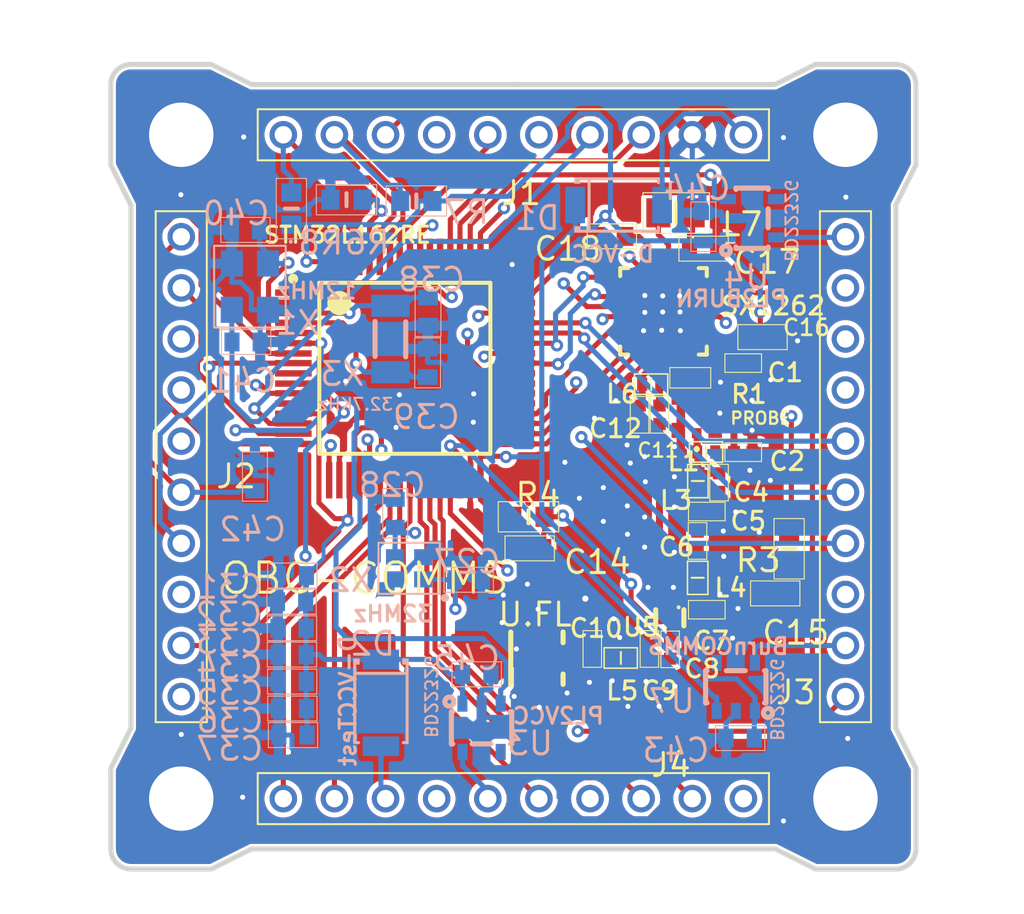
<source format=kicad_pcb>
(kicad_pcb (version 20211014) (generator pcbnew)
  (layers (0 "F.Cu" signal) (1 "In1.Cu" signal) (2 "In2.Cu" signal) (31 "B.Cu" signal) (34 "B.Paste" user) (35 "F.Paste" user) (36 "B.SilkS" user "B.Silkscreen") (37 "F.SilkS" user "F.Silkscreen") (38 "B.Mask" user) (39 "F.Mask" user) (44 "Edge.Cuts" user))
  (net 0 "")
  (net 1 "ADC_PH1")
  (net 2 "ADC_PL2")
  (net 3 "BURNCOMMS")
  (net 4 "BURNCOMMS_OBC")
  (net 5 "BUSY")
  (net 6 "C11_2")
  (net 7 "C6_2")
  (net 8 "C8_1")
  (net 9 "C8_2")
  (net 10 "CHGOFF")
  (net 11 "CHRG")
  (net 12 "CLPROG")
  (net 13 "DAC_PL2")
  (net 14 "DIO1")
  (net 15 "FAULT")
  (net 16 "GND")
  (net 17 "HEATER")
  (net 18 "J1_10")
  (net 19 "J1_4")
  (net 20 "J1_6")
  (net 21 "J6_3")
  (net 22 "L2_2")
  (net 23 "L3_2")
  (net 24 "L4_2")
  (net 25 "MISO")
  (net 26 "MOSI")
  (net 27 "MPPT_X")
  (net 28 "MPPT_Y")
  (net 29 "MPPT_Z")
  (net 30 "NRESET")
  (net 31 "NRST")
  (net 32 "NSS")
  (net 33 "OSC32_IN")
  (net 34 "OSC32_OUT")
  (net 35 "OSC_IN")
  (net 36 "OSC_OUT")
  (net 37 "P/L2BURN")
  (net 38 "P/L2BURN_OBC")
  (net 39 "P/L_POWER")
  (net 40 "P/L_POWER_OBC")
  (net 41 "PALE")
  (net 42 "PCLK")
  (net 43 "PDATA")
  (net 44 "PFO")
  (net 45 "RST")
  (net 46 "RST_DRIVERS")
  (net 47 "RX")
  (net 48 "SCK")
  (net 49 "SCL")
  (net 50 "SDA")
  (net 51 "SEL")
  (net 52 "SEL_PH1")
  (net 53 "SEL_PH2")
  (net 54 "SEL_PH3")
  (net 55 "SOLAR_X")
  (net 56 "SOLAR_Y")
  (net 57 "SOLAR_Z")
  (net 58 "SWCLK")
  (net 59 "SWDIO")
  (net 60 "TOTAL_CURRENT")
  (net 61 "TX")
  (net 62 "U1_2")
  (net 63 "U1_37")
  (net 64 "U1_38")
  (net 65 "U1_39")
  (net 66 "U1_53")
  (net 67 "U1_56")
  (net 68 "U1_60")
  (net 69 "U1_61")
  (net 70 "U1_62")
  (net 71 "U1_9")
  (net 72 "U2_12")
  (net 73 "U2_21")
  (net 74 "U2_22")
  (net 75 "U2_23")
  (net 76 "U2_24")
  (net 77 "U2_6")
  (net 78 "U2_7")
  (net 79 "U2_9")
  (net 80 "U3_4")
  (net 81 "U4_4")
  (net 82 "U5_4")
  (net 83 "U5_6")
  (net 84 "U7_4")
  (net 85 "VCC")
  (net 86 "VCC_TEST1")
  (net 87 "X2_1")
  (net 88 "X2_3")
  (net 89 "PROBE1_1")
  (footprint "easyeda:U.FL-R-SMT-1(10)" (layer "F.Cu") (at 136.613 138.867 -90)
    (fp_text reference "U.FL")
    (fp_text value "U.FL-R-SMT-1_10_" hide)
  )
  (footprint "easyeda:QFN-24_L4.0-W4.0-P0.50-BL-EP2.6" (layer "F.Cu") (at 142.903 121.637 90)
    (fp_text reference "U2" hide)
    (fp_text value "SX1262IMLTRT" hide)
  )
  (footprint "easyeda:CAPC1005X55N" (layer "F.Cu") (at 146.863 128.627)
    (fp_text reference "C2")
    (fp_text value "47pF" hide)
  )
  (footprint "easyeda:MS156C320" (layer "F.Cu") (at 144.553 126.717 90)
    (fp_text reference "PROBE")
    (fp_text value "MS-156C3_20_" hide)
  )
  (footprint "easyeda:SLW-110-01-X-S" (layer "F.Cu") (at 151.943 117.917 -90)
    (fp_text reference "J3")
    (fp_text value "SLW-110-01-T-S" hide)
  )
  (footprint "easyeda:CAPC1005X55N" (layer "F.Cu") (at 145.663 130.137 -90)
    (fp_text reference "C4")
    (fp_text value "3.3pF" hide)
  )
  (footprint "easyeda:CAPC1005X55N" (layer "F.Cu") (at 142.203 138.407 90)
    (fp_text reference "C9")
    (fp_text value "3.3pF" hide)
  )
  (footprint "easyeda:TSNP-6_L1.1-W0.7-P0.40-BR" (layer "F.Cu") (at 143.213 136.857 90)
    (fp_text reference "U5")
    (fp_text value "RFswitch" hide)
  )
  (footprint "easyeda:LQW15CNR20J00B" (layer "F.Cu") (at 144.093 134.047 -90)
    (fp_text reference "L4")
    (fp_text value "4.7nH" hide)
  )
  (footprint "easyeda:CAPC1005X55N" (layer "F.Cu") (at 139.363 138.407 90)
    (fp_text reference "C10")
    (fp_text value "3.3pF" hide)
  )
  (footprint "easyeda:CAPC1608X90N" (layer "F.Cu") (at 146.713 142.837 180)
    (fp_text reference "C43")
    (fp_text value "1uF" hide)
  )
  (footprint "easyeda:CAPC1608X90N" (layer "F.Cu") (at 124.443 138.687)
    (fp_text reference "C34")
    (fp_text value "100nF" hide)
  )
  (footprint "easyeda:INDC2012X145N" (layer "F.Cu") (at 143.663 116.727 180)
    (fp_text reference "L7")
    (fp_text value "15uH" hide)
  )
  (footprint "easyeda:CAPC1608X90N" (layer "F.Cu") (at 148.453 135.647 180)
    (fp_text reference "C15")
    (fp_text value "1nF" hide)
  )
  (footprint "easyeda:CAPC1608X90N" (layer "F.Cu") (at 144.893 118.507)
    (fp_text reference "C17")
    (fp_text value "470nF" hide)
  )
  (footprint "easyeda:CAPC1608X90N" (layer "F.Cu") (at 124.443 137.377)
    (fp_text reference "C33")
    (fp_text value "100nF" hide)
  )
  (footprint "easyeda:SLW-110-01-X-S" (layer "F.Cu") (at 118.943 117.917 -90)
    (fp_text reference "J2")
    (fp_text value "SLW-110-01-T-S" hide)
  )
  (footprint "easyeda:CAPC1608X80N" (layer "F.Cu") (at 131.203 121.637 90)
    (fp_text reference "C38")
    (fp_text value "10pF" hide)
  )
  (footprint "easyeda:RESC1608X55N" (layer "F.Cu") (at 136.193 131.837)
    (fp_text reference "R4")
    (fp_text value "100R" hide)
  )
  (footprint "easyeda:CAPC1608X90N" (layer "F.Cu") (at 124.463 141.367)
    (fp_text reference "C36")
    (fp_text value "100nF" hide)
  )
  (footprint "easyeda:RESC1608X55N" (layer "F.Cu") (at 124.413 116.517 -90)
    (fp_text reference "R8")
    (fp_text value "4.7k" hide)
  )
  (footprint "easyeda:CAPC1608X90N" (layer "F.Cu") (at 133.223 134.967 180)
    (fp_text reference "C27")
    (fp_text value "10pF" hide)
  )
  (footprint "easyeda:ECS1201833JEMTR3" (layer "F.Cu") (at 122.353 120.397 90)
    (fp_text reference "X1")
    (fp_text value "12MHz" hide)
  )
  (footprint "easyeda:SLW-110-01-X-S" (layer "F.Cu") (at 124.013 145.847)
    (fp_text reference "J4")
    (fp_text value "SLW-110-01-T-S" hide)
  )
  (footprint "easyeda:CAPC1005X55N" (layer "F.Cu") (at 145.053 136.457)
    (fp_text reference "C7")
    (fp_text value "2.2pF" hide)
  )
  (footprint "easyeda:CAPC1608X80N" (layer "F.Cu") (at 131.183 124.187 -90)
    (fp_text reference "C39")
    (fp_text value "10pF" hide)
  )
  (footprint "easyeda:CAPC1005X55N" (layer "F.Cu") (at 146.863 124.197)
    (fp_text reference "C1")
    (fp_text value "47nF" hide)
  )
  (footprint "easyeda:STM-LQFP64" (layer "F.Cu") (at 130.063 124.467)
    (fp_text reference "U1" hide)
    (fp_text value "STM32L162RET6" hide)
  )
  (footprint "easyeda:CAPC1608X90N" (layer "F.Cu") (at 129.573 131.667 90)
    (fp_text reference "C28")
    (fp_text value "100nF" hide)
  )
  (footprint "easyeda:CAPC1005X55N" (layer "F.Cu") (at 145.053 131.577)
    (fp_text reference "C5")
    (fp_text value "5.6pF" hide)
  )
  (footprint "easyeda:RESC1608X55N" (layer "F.Cu") (at 127.153 116.077)
    (fp_text reference "R6")
    (fp_text value "10k" hide)
  )
  (footprint "easyeda:CAPC1608X90N" (layer "F.Cu") (at 140.333 117.897 180)
    (fp_text reference "C18")
    (fp_text value "100nF" hide)
  )
  (footprint "easyeda:CAPC1608X90N" (layer "F.Cu") (at 144.883 117.417 90)
    (fp_text reference "C44")
    (fp_text value "1uF" hide)
  )
  (footprint "easyeda:CAPC1608X90N" (layer "F.Cu") (at 124.423 136.057)
    (fp_text reference "C32")
    (fp_text value "100nF" hide)
  )
  (footprint "easyeda:LQW15CNR20J00B" (layer "F.Cu") (at 144.103 129.237 -90)
    (fp_text reference "L3")
    (fp_text value "2.5nH" hide)
  )
  (footprint "easyeda:CAPC1608X90N" (layer "F.Cu") (at 136.253 133.407 180)
    (fp_text reference "C14")
    (fp_text value "1nF" hide)
  )
  (footprint "easyeda:CAPC1608X90N" (layer "F.Cu") (at 122.603 129.837 -90)
    (fp_text reference "C42")
    (fp_text value "100nF" hide)
  )
  (footprint "easyeda:SSOP-5_L3.0-W1.6-P0.95-LS2.8-TL" (layer "F.Cu") (at 147.303 116.997 180)
    (fp_text reference "U4")
    (fp_text value "BD2232G-GTR" hide)
  )
  (footprint "easyeda:CAPC1608X90N" (layer "F.Cu") (at 124.493 142.687)
    (fp_text reference "C37")
    (fp_text value "1uF" hide)
  )
  (footprint "easyeda:SSOP-5_L3.0-W1.6-P0.95-LS2.8-TL" (layer "F.Cu") (at 133.863 142.327 90)
    (fp_text reference "U3")
    (fp_text value "BD2232G-GTR" hide)
  )
  (footprint "easyeda:CRYSTAL-SMD_L4.1-W1.5" (layer "F.Cu") (at 129.333 122.997 90)
    (fp_text reference "X3")
    (fp_text value "32.768KHz" hide)
  )
  (footprint "easyeda:LQW15CNR20J00B" (layer "F.Cu") (at 143.113 124.737 180)
    (fp_text reference "L6")
    (fp_text value "15nH" hide)
  )
  (footprint "easyeda:LQW15CNR20J00B" (layer "F.Cu") (at 145.843 128.107 180)
    (fp_text reference "L1")
    (fp_text value "47nH" hide)
  )
  (footprint "easyeda:CAPC1005X55N" (layer "F.Cu") (at 141.713 126.767 -90)
    (fp_text reference "C12")
    (fp_text value "1.8pF" hide)
  )
  (footprint "easyeda:SLW-110-01-X-S" (layer "F.Cu") (at 124.013 112.847)
    (fp_text reference "J1")
    (fp_text value "SLW-110-01-T-S" hide)
  )
  (footprint "easyeda:CAPC1005X55N" (layer "F.Cu") (at 143.233 138.427 -90)
    (fp_text reference "C8")
    (fp_text value "39pF" hide)
  )
  (footprint "easyeda:CAPC1608X90N" (layer "F.Cu") (at 124.453 140.027)
    (fp_text reference "C35")
    (fp_text value "100nF" hide)
  )
  (footprint "easyeda:FA128320000MF20XK5" (layer "F.Cu") (at 130.263 134.398)
    (fp_text reference "X2")
    (fp_text value "32MHz" hide)
  )
  (footprint "easyeda:CAPC1608X90N" (layer "F.Cu") (at 122.133 117.577)
    (fp_text reference "C40")
    (fp_text value "20pF" hide)
  )
  (footprint "easyeda:CAPC1005X55N" (layer "F.Cu") (at 144.593 133.037 -90)
    (fp_text reference "C6")
    (fp_text value "39pF" hide)
  )
  (footprint "easyeda:CAPC1608X90N" (layer "F.Cu") (at 122.163 123.147 180)
    (fp_text reference "C41")
    (fp_text value "20pF" hide)
  )
  (footprint "easyeda:SOD-128_L3.7-W2.5-LS4.7-FD" (layer "F.Cu") (at 128.863 141.087 -90)
    (fp_text reference "D2")
    (fp_text value "VCC_TEST" hide)
  )
  (footprint "easyeda:CAPC1608X90N" (layer "F.Cu") (at 133.623 139.667)
    (fp_text reference "C45")
    (fp_text value "1uF" hide)
  )
  (footprint "easyeda:SSOP-5_L3.0-W1.6-P0.95-LS2.8-TL" (layer "F.Cu") (at 146.493 140.287 -90)
    (fp_text reference "U7")
    (fp_text value "BD2232G-GTR" hide)
  )
  (footprint "easyeda:RESC1608X55N" (layer "F.Cu") (at 149.143 133.427 -90)
    (fp_text reference "R3")
    (fp_text value "100R" hide)
  )
  (footprint "easyeda:SOD-128_L3.7-W2.5-LS4.7-FD" (layer "F.Cu") (at 140.673 116.337)
    (fp_text reference "D1")
    (fp_text value "VCC" hide)
  )
  (footprint "easyeda:CAPC1005X55N" (layer "F.Cu") (at 142.703 126.767 -90)
    (fp_text reference "C11")
    (fp_text value "2.4pF" hide)
  )
  (footprint "easyeda:LQW15CNR20J00B" (layer "F.Cu") (at 141.603 138.347 180)
    (fp_text reference "L5")
    (fp_text value "9.1nH" hide)
  )
  (footprint "easyeda:CAPC1608X90N" (layer "F.Cu") (at 147.823 122.907)
    (fp_text reference "C16")
    (fp_text value "1uF" hide)
  )
  (footprint "easyeda:CAPC1608X90N" (layer "F.Cu") (at 124.463 134.757)
    (fp_text reference "C31")
    (fp_text value "4.7uF" hide)
  )
  (footprint "easyeda:RESC1608X55N" (layer "F.Cu") (at 130.623 116.137)
    (fp_text reference "R7")
    (fp_text value "4.7k" hide)
  )
  (footprint "easyeda:RESC1005X35N" (layer "F.Cu") (at 144.233 124.927)
    (fp_text reference "R1")
    (fp_text value "RESC1005X35N" hide)
  )
  (gr_poly (pts (xy 143.703 136.027) (xy 143.703 136.137) (xy 143.443 136.327) (xy 143.083 136.317) (xy 143.083 136.047) (xy 143.119 136.011) (xy 143.213 136.011)) (layer "F.Cu") (width 0) (fill solid))
  (gr_poly (pts (xy 142.153 118.78) (xy 142.653 119.28) (xy 142.216 119.28) (xy 142.153 119.217)) (layer "F.Cu") (width 0) (fill solid))
  (gr_poly (pts (xy 134.931 140.169) (xy 134.963 140.137) (xy 134.973 140.137) (xy 134.941 140.169) (xy 134.931 140.169)) (layer "F.Cu") (width 0) (fill solid))
  (gr_poly (pts (xy 131.183 133.027) (xy 131.803 133.027) (xy 131.923 133.147) (xy 131.923 133.667) (xy 131.853 133.737) (xy 131.075 133.737) (xy 130.963 133.848)) (layer "B.Cu") (width 0) (fill solid))
  (gr_poly (pts (xy 128.802 135.085) (xy 129.422 135.085) (xy 129.542 135.205) (xy 129.542 135.725) (xy 129.472 135.795) (xy 128.694 135.795) (xy 128.583 135.907)) (layer "B.Cu") (width 0) (fill solid))
  (gr_line (start 148.443 110.347) (end 150.443 109.347) (layer "Edge.Cuts") (width 0.25))
  (gr_line (start 122.443 110.347) (end 135.443 110.347) (layer "Edge.Cuts") (width 0.25))
  (gr_line (start 154.444 142.347) (end 155.444 144.347) (layer "Edge.Cuts") (width 0.25))
  (gr_arc (start 155.443 148.347) (mid 155.150107 149.054107) (end 154.443 149.347) (layer "Edge.Cuts") (width 0.25))
  (gr_arc (start 116.443 149.347) (mid 115.735893 149.054107) (end 115.443 148.347) (layer "Edge.Cuts") (width 0.25))
  (gr_line (start 116.443 142.347) (end 116.443 116.347) (layer "Edge.Cuts") (width 0.25))
  (gr_line (start 150.444 149.347) (end 148.444 148.347) (layer "Edge.Cuts") (width 0.25))
  (gr_line (start 155.444 144.347) (end 155.444 148.347) (layer "Edge.Cuts") (width 0.25))
  (gr_line (start 155.444 114.347) (end 154.444 116.347) (layer "Edge.Cuts") (width 0.25))
  (gr_arc (start 154.443 109.347) (mid 155.150181 109.639967) (end 155.443 110.347209) (layer "Edge.Cuts") (width 0.25))
  (gr_line (start 150.444 149.347) (end 154.444 149.347) (layer "Edge.Cuts") (width 0.25))
  (gr_line (start 116.443 109.347) (end 120.443 109.347) (layer "Edge.Cuts") (width 0.25))
  (gr_arc (start 115.443 110.347) (mid 115.735893 109.639893) (end 116.443 109.347) (layer "Edge.Cuts") (width 0.25))
  (gr_line (start 120.443 109.347) (end 122.443 110.347) (layer "Edge.Cuts") (width 0.25))
  (gr_line (start 116.443 116.347) (end 115.443 114.347) (layer "Edge.Cuts") (width 0.25))
  (gr_line (start 154.443 116.347) (end 154.443 142.347) (layer "Edge.Cuts") (width 0.25))
  (gr_line (start 115.443 144.347) (end 116.443 142.347) (layer "Edge.Cuts") (width 0.25))
  (gr_line (start 115.443 114.347) (end 115.443 110.347) (layer "Edge.Cuts") (width 0.25))
  (gr_line (start 148.444 148.347) (end 122.444 148.347) (layer "Edge.Cuts") (width 0.25))
  (gr_line (start 122.444 148.347) (end 120.443 149.347) (layer "Edge.Cuts") (width 0.25))
  (gr_line (start 155.444 110.347) (end 155.444 114.347) (layer "Edge.Cuts") (width 0.25))
  (gr_line (start 120.443 149.347) (end 116.444 149.347) (layer "Edge.Cuts") (width 0.25))
  (gr_line (start 135.443 110.347) (end 148.443 110.347) (layer "Edge.Cuts") (width 0.25))
  (gr_line (start 150.443 109.347) (end 154.443 109.347) (layer "Edge.Cuts") (width 0.25))
  (gr_line (start 115.443 148.347) (end 115.443 144.347) (layer "Edge.Cuts") (width 0.25))
  (gr_text "D-VCCTest" (at 127.223 137.647 90) (layer "B.SilkS") (effects (font (size 0.8 0.8) (thickness 0.152)) (justify left mirror)))
  (gr_text "32.7KHz" (at 129.523 126.247) (layer "B.SilkS") (effects (font (size 0.6 0.6) (thickness 0.1)) (justify left mirror)))
  (gr_text "32MHz" (at 131.533 136.657) (layer "B.SilkS") (effects (font (size 0.8 0.8) (thickness 0.152)) (justify left mirror)))
  (gr_text "BD2232G" (at 131.333 142.887 -90) (layer "B.SilkS") (effects (font (size 0.6 0.6) (thickness 0.1)) (justify left mirror)))
  (gr_text "BD2232G" (at 149.233 119.227 -90) (layer "B.SilkS") (effects (font (size 0.6 0.6) (thickness 0.1)) (justify left mirror)))
  (gr_text "PL2BURN" (at 149.113 120.997) (layer "B.SilkS") (effects (font (size 0.8 0.8) (thickness 0.152)) (justify left mirror)))
  (gr_text "D-VCC" (at 142.523 118.78) (layer "B.SilkS") (effects (font (size 0.8 0.8) (thickness 0.152)) (justify left mirror)))
  (gr_text "BurnCOMMS" (at 149.203 138.277) (layer "B.SilkS") (effects (font (size 0.8 0.8) (thickness 0.152)) (justify left mirror)))
  (gr_text "12MHz" (at 127.733 120.607) (layer "B.SilkS") (effects (font (size 0.8 0.8) (thickness 0.152)) (justify left mirror)))
  (gr_text "PL2VCC" (at 140.028 141.737) (layer "B.SilkS") (effects (font (size 0.8 0.8) (thickness 0.152)) (justify left mirror)))
  (gr_text "BD2232G" (at 148.523 143.037 -90) (layer "B.SilkS") (effects (font (size 0.6 0.6) (thickness 0.1)) (justify left mirror)))
  (gr_text "OBC-COMMS" (at 120.783 134.897) (layer "F.SilkS") (effects (font (size 1.5 1.5) (thickness 0.152)) (justify left)))
  (gr_text "STM32L162RE" (at 122.963 117.827) (layer "F.SilkS") (effects (font (size 0.8 0.8) (thickness 0.152)) (justify left)))
  (gr_text "SX1262" (at 145.673 121.347) (layer "F.SilkS") (effects (font (size 0.9 0.9) (thickness 0.152)) (justify left)))
  (segment (start 129.973 139.107) (end 136.713 145.847) (width 0.254) (layer "F.Cu") (net 1))
  (segment (start 130.304 132.061) (end 129.973 132.392) (width 0.254) (layer "F.Cu") (net 1))
  (segment (start 130.304 130.017) (end 130.304 132.061) (width 0.254) (layer "F.Cu") (net 1))
  (segment (start 129.973 132.392) (end 129.973 139.107) (width 0.254) (layer "F.Cu") (net 1))
  (segment (start 122.814 127.706) (end 119.746 124.638) (width 0.254) (layer "F.Cu") (net 2))
  (segment (start 119.926 121.44) (end 118.943 120.457) (width 0.254) (layer "F.Cu") (net 2))
  (segment (start 123.327 127.706) (end 122.814 127.706) (width 0.254) (layer "F.Cu") (net 2))
  (segment (start 119.926 123.972) (end 119.926 121.44) (width 0.254) (layer "F.Cu") (net 2))
  (segment (start 119.746 124.638) (end 119.746 124.153) (width 0.254) (layer "F.Cu") (net 2))
  (segment (start 124.513 127.706) (end 123.326 127.706) (width 0.254) (layer "F.Cu") (net 2))
  (segment (start 119.746 124.153) (end 119.926 123.972) (width 0.254) (layer "F.Cu") (net 2))
  (segment (start 147.443 139.087) (end 147.443 138.408) (width 0.254) (layer "B.Cu") (net 3))
  (segment (start 147.614 138.237) (end 147.443 138.408) (width 0.254) (layer "B.Cu") (net 3))
  (segment (start 151.943 138.237) (end 147.614 138.237) (width 0.254) (layer "B.Cu") (net 3))
  (segment (start 132.793 130.017) (end 132.793 128.784) (width 0.254) (layer "F.Cu") (net 4))
  (segment (start 132.793 128.784) (end 132.311 128.302) (width 0.254) (layer "F.Cu") (net 4))
  (via (at 132.311 128.301) (size 0.61) (drill 0.305) (layers "F.Cu" "B.Cu") (net 4))
  (segment (start 132.925 128.302) (end 145.432 140.808) (width 0.254) (layer "B.Cu") (net 4))
  (segment (start 145.432 140.808) (end 145.543 140.808) (width 0.254) (layer "B.Cu") (net 4))
  (segment (start 145.543 141.487) (end 145.543 140.808) (width 0.254) (layer "B.Cu") (net 4))
  (segment (start 132.311 128.302) (end 132.925 128.302) (width 0.254) (layer "B.Cu") (net 4))
  (segment (start 139.603 120.887) (end 140.903 120.887) (width 0.254) (layer "F.Cu") (net 5))
  (segment (start 136.846 124.247) (end 137.663 124.247) (width 0.254) (layer "F.Cu") (net 5))
  (segment (start 136.8 124.2) (end 136.846 124.247) (width 0.254) (layer "F.Cu") (net 5))
  (segment (start 135.613 124.2) (end 136.8 124.2) (width 0.254) (layer "F.Cu") (net 5))
  (segment (start 139.493 120.777) (end 139.603 120.887) (width 0.254) (layer "F.Cu") (net 5))
  (via (at 139.493 120.777) (size 0.61) (drill 0.305) (layers "F.Cu" "B.Cu") (net 5))
  (via (at 137.663 124.247) (size 0.61) (drill 0.305) (layers "F.Cu" "B.Cu") (net 5))
  (segment (start 139.493 120.777) (end 139.235 120.777) (width 0.254) (layer "B.Cu") (net 5))
  (segment (start 139.235 120.777) (end 138.273 121.739) (width 0.254) (layer "B.Cu") (net 5))
  (segment (start 138.273 123.637) (end 137.663 124.247) (width 0.254) (layer "B.Cu") (net 5))
  (segment (start 138.273 121.739) (end 138.273 123.637) (width 0.254) (layer "B.Cu") (net 5))
  (segment (start 142.702 136.558) (end 142.702 135.687) (width 0.2) (layer "F.Cu") (net 6))
  (segment (start 142.703 127.227) (end 142.703 136.047) (width 0.35) (layer "F.Cu") (net 6))
  (segment (start 142.814 136.657) (end 142.702 136.558) (width 0.2) (layer "F.Cu") (net 6))
  (segment (start 144.592 133.497) (end 144.6 134.417) (width 0.35) (layer "F.Cu") (net 7))
  (segment (start 143.213 137.056) (end 143.233 137.437) (width 0.25) (layer "F.Cu") (net 8))
  (segment (start 143.233 137.967) (end 143.233 137.437) (width 0.35) (layer "F.Cu") (net 8))
  (segment (start 143.233 138.887) (end 142.202 138.867) (width 0.35) (layer "F.Cu") (net 9))
  (segment (start 142.202 138.867) (end 141.234 138.854) (width 0.35) (layer "F.Cu") (net 9))
  (segment (start 124.513 124.2) (end 120.526 124.2) (width 0.254) (layer "F.Cu") (net 10))
  (segment (start 120.526 124.2) (end 120.331 124.395) (width 0.254) (layer "F.Cu") (net 10))
  (via (at 120.331 124.395) (size 0.61) (drill 0.305) (layers "F.Cu" "B.Cu") (net 10))
  (segment (start 119.098 126.807) (end 118.817 126.807) (width 0.254) (layer "B.Cu") (net 10))
  (segment (start 120.331 125.573) (end 119.098 126.807) (width 0.254) (layer "B.Cu") (net 10))
  (segment (start 117.895 127.73) (end 117.895 132.109) (width 0.254) (layer "B.Cu") (net 10))
  (segment (start 118.817 126.807) (end 117.895 127.73) (width 0.254) (layer "B.Cu") (net 10))
  (segment (start 117.895 132.109) (end 118.943 133.157) (width 0.254) (layer "B.Cu") (net 10))
  (segment (start 120.331 124.395) (end 120.331 125.573) (width 0.254) (layer "B.Cu") (net 10))
  (segment (start 124.013 137.199) (end 124.013 145.847) (width 0.254) (layer "F.Cu") (net 11))
  (segment (start 129.314 131.898) (end 124.013 137.199) (width 0.254) (layer "F.Cu") (net 11))
  (segment (start 129.314 130.017) (end 129.314 131.898) (width 0.254) (layer "F.Cu") (net 11))
  (segment (start 127.79 130.017) (end 127.79 128.628) (width 0.254) (layer "F.Cu") (net 12))
  (segment (start 127.79 128.628) (end 127.565 128.403) (width 0.254) (layer "F.Cu") (net 12))
  (segment (start 127.565 127.762) (end 127.913 127.414) (width 0.254) (layer "F.Cu") (net 12))
  (segment (start 128.886 127.733) (end 128.886 128.505) (width 0.254) (layer "F.Cu") (net 12))
  (segment (start 128.567 127.414) (end 128.886 127.733) (width 0.254) (layer "F.Cu") (net 12))
  (segment (start 127.913 127.414) (end 128.567 127.414) (width 0.254) (layer "F.Cu") (net 12))
  (segment (start 127.565 128.403) (end 127.565 127.762) (width 0.254) (layer "F.Cu") (net 12))
  (via (at 128.886 128.504) (size 0.61) (drill 0.305) (layers "F.Cu" "B.Cu") (net 12))
  (segment (start 128.298 130.017) (end 128.298 128.099) (width 0.254) (layer "F.Cu") (net 13))
  (segment (start 128.298 128.099) (end 128.198 128) (width 0.254) (layer "F.Cu") (net 13))
  (via (at 128.198 127.999) (size 0.61) (drill 0.305) (layers "F.Cu" "B.Cu") (net 13))
  (segment (start 135.613 123.21) (end 137.505 123.21) (width 0.254) (layer "F.Cu") (net 14))
  (segment (start 140.903 120.387) (end 140.443 119.927) (width 0.254) (layer "F.Cu") (net 14))
  (segment (start 140.443 119.927) (end 138.913 119.927) (width 0.254) (layer "F.Cu") (net 14))
  (segment (start 137.505 123.21) (end 137.609 123.314) (width 0.254) (layer "F.Cu") (net 14))
  (via (at 138.913 119.927) (size 0.61) (drill 0.305) (layers "F.Cu" "B.Cu") (net 14))
  (via (at 137.609 123.313) (size 0.61) (drill 0.305) (layers "F.Cu" "B.Cu") (net 14))
  (segment (start 138.913 120.357) (end 138.913 119.927) (width 0.254) (layer "B.Cu") (net 14))
  (segment (start 137.609 123.314) (end 137.539 123.244) (width 0.254) (layer "B.Cu") (net 14))
  (segment (start 137.539 121.731) (end 138.913 120.357) (width 0.254) (layer "B.Cu") (net 14))
  (segment (start 137.539 123.244) (end 137.539 121.731) (width 0.254) (layer "B.Cu") (net 14))
  (segment (start 129.796 130.017) (end 129.796 131.992) (width 0.254) (layer "F.Cu") (net 15))
  (segment (start 126.553 135.235) (end 126.553 145.847) (width 0.254) (layer "F.Cu") (net 15))
  (segment (start 129.796 131.992) (end 126.553 135.235) (width 0.254) (layer "F.Cu") (net 15))
  (segment (start 145.593 115.721) (end 145.947 115.367) (width 0.254) (layer "F.Cu") (net 16))
  (segment (start 144.903 120.887) (end 145.367 120.887) (width 0.254) (layer "F.Cu") (net 16))
  (segment (start 136.613 137.392) (end 137.688 137.392) (width 0.254) (layer "F.Cu") (net 16))
  (segment (start 142.128 133.347) (end 142.128 132.047) (width 0.4) (layer "F.Cu") (net 16))
  (segment (start 141.713 127.227) (end 141.713 131.373) (width 0.254) (layer "F.Cu") (net 16))
  (segment (start 129.075 122.381) (end 126.799 120.104) (width 0.254) (layer "F.Cu") (net 16))
  (segment (start 137.688 137.392) (end 139.018 136.062) (width 0.254) (layer "F.Cu") (net 16))
  (segment (start 143.393 135.317) (end 143.393 132.962) (width 0.4) (layer "F.Cu") (net 16))
  (segment (start 142.133 133.352) (end 142.128 133.347) (width 0.4) (layer "F.Cu") (net 16))
  (segment (start 143.213 136.657) (end 143.213 136.041) (width 0.2) (layer "F.Cu") (net 16))
  (segment (start 126.799 130.017) (end 126.799 128.83) (width 0.254) (layer "F.Cu") (net 16))
  (segment (start 141.713 131.373) (end 141.454 131.632) (width 0.254) (layer "F.Cu") (net 16))
  (segment (start 126.799 128.83) (end 126.954 128.674) (width 0.254) (layer "F.Cu") (net 16))
  (segment (start 143.703 120.857) (end 143.723 120.857) (width 0.254) (layer "F.Cu") (net 16))
  (segment (start 139.278 116.614) (end 140.171 115.721) (width 0.254) (layer "F.Cu") (net 16))
  (segment (start 133.301 130.017) (end 133.301 128.83) (width 0.254) (layer "F.Cu") (net 16))
  (segment (start 142.793 122.557) (end 142.963 122.387) (width 0.254) (layer "F.Cu") (net 16))
  (segment (start 139.018 135.907) (end 141.454 133.47) (width 0.254) (layer "F.Cu") (net 16))
  (segment (start 141.973 121.677) (end 141.973 122.527) (width 0.254) (layer "F.Cu") (net 16))
  (segment (start 132.11 122.38) (end 129.779 122.38) (width 0.254) (layer "F.Cu") (net 16))
  (segment (start 126.954 128.674) (end 126.954 127.24) (width 0.254) (layer "F.Cu") (net 16))
  (segment (start 133.301 128.464) (end 131.462 126.625) (width 0.254) (layer "F.Cu") (net 16))
  (segment (start 142.128 130.347) (end 142.128 128.847) (width 0.4) (layer "F.Cu") (net 16))
  (segment (start 139.278 117.897) (end 139.633 117.897) (width 0.254) (layer "F.Cu") (net 16))
  (segment (start 134.416 121.194) (end 134.426 121.203) (width 0.254) (layer "F.Cu") (net 16))
  (segment (start 126.954 127.24) (end 127.264 127.24) (width 0.254) (layer "F.Cu") (net 16))
  (segment (start 134.424 121.204) (end 133.287 121.204) (width 0.254) (layer "F.Cu") (net 16))
  (segment (start 145.593 120.661) (end 145.593 118.507) (width 0.254) (layer "F.Cu") (net 16))
  (segment (start 142.153 123.637) (end 142.153 122.827) (width 0.254) (layer "F.Cu") (net 16))
  (segment (start 143.723 120.857) (end 143.753 120.827) (width 0.254) (layer "F.Cu") (net 16))
  (segment (start 143.278 132.847) (end 143.433 132.692) (width 0.4) (layer "F.Cu") (net 16))
  (segment (start 126.436 126.803) (end 126.436 126.897) (width 0.254) (layer "F.Cu") (net 16))
  (segment (start 129.779 122.381) (end 129.779 125.772) (width 0.254) (layer "F.Cu") (net 16))
  (segment (start 145.947 114.461) (end 144.333 112.847) (width 0.254) (layer "F.Cu") (net 16))
  (segment (start 145.593 118.326) (end 145.593 118.507) (width 0.254) (layer "F.Cu") (net 16))
  (segment (start 134.899 133.407) (end 133.301 131.81) (width 0.254) (layer "F.Cu") (net 16))
  (segment (start 136.766 117.897) (end 134.416 120.247) (width 0.254) (layer "F.Cu") (net 16))
  (segment (start 140.171 115.721) (end 145.593 115.721) (width 0.254) (layer "F.Cu") (net 16))
  (segment (start 124.513 126.207) (end 125.7 126.207) (width 0.254) (layer "F.Cu") (net 16))
  (segment (start 135.613 121.203) (end 134.426 121.203) (width 0.254) (layer "F.Cu") (net 16))
  (segment (start 126.799 118.917) (end 126.799 120.104) (width 0.254) (layer "F.Cu") (net 16))
  (segment (start 143.653 119.637) (end 143.653 120.807) (width 0.254) (layer "F.Cu") (net 16))
  (segment (start 141.913 122.587) (end 141.973 122.527) (width 0.254) (layer "F.Cu") (net 16))
  (segment (start 143.433 131.327) (end 143.433 129.857) (width 0.4) (layer "F.Cu") (net 16))
  (segment (start 145.593 115.721) (end 145.593 117.758) (width 0.254) (layer "F.Cu") (net 16))
  (segment (start 143.753 120.827) (end 141.993 122.587) (width 0.254) (layer "F.Cu") (net 16))
  (segment (start 145.367 120.887) (end 145.593 120.661) (width 0.254) (layer "F.Cu") (net 16))
  (segment (start 143.383 128.347) (end 143.278 128.347) (width 0.4) (layer "F.Cu") (net 16))
  (segment (start 127.264 127.24) (end 127.88 126.625) (width 0.254) (layer "F.Cu") (net 16))
  (segment (start 126.436 126.897) (end 126.779 127.24) (width 0.254) (layer "F.Cu") (net 16))
  (segment (start 133.301 128.83) (end 133.301 128.464) (width 0.254) (layer "F.Cu") (net 16))
  (segment (start 127.88 126.625) (end 129.779 126.625) (width 0.254) (layer "F.Cu") (net 16))
  (segment (start 142.963 122.387) (end 144.903 122.387) (width 0.254) (layer "F.Cu") (net 16))
  (segment (start 143.393 132.962) (end 143.278 132.847) (width 0.4) (layer "F.Cu") (net 16))
  (segment (start 141.973 122.527) (end 141.913 122.587) (width 0.254) (layer "F.Cu") (net 16))
  (segment (start 143.213 136.366) (end 143.183 136.336) (width 0.2) (layer "F.Cu") (net 16))
  (segment (start 139.018 136.062) (end 139.018 135.907) (width 0.254) (layer "F.Cu") (net 16))
  (segment (start 144.873 120.857) (end 143.703 120.857) (width 0.254) (layer "F.Cu") (net 16))
  (segment (start 143.183 136.336) (end 143.183 135.907) (width 0.2) (layer "F.Cu") (net 16))
  (segment (start 139.278 117.897) (end 136.766 117.897) (width 0.254) (layer "F.Cu") (net 16))
  (segment (start 144.903 120.887) (end 144.873 120.857) (width 0.254) (layer "F.Cu") (net 16))
  (segment (start 140.553 126.057) (end 140.553 125.576) (width 0.2) (layer "F.Cu") (net 16))
  (segment (start 135.553 133.407) (end 134.899 133.407) (width 0.254) (layer "F.Cu") (net 16))
  (segment (start 143.393 135.861) (end 143.393 135.347) (width 0.2) (layer "F.Cu") (net 16))
  (segment (start 141.973 121.677) (end 141.973 121.737) (width 0.254) (layer "F.Cu") (net 16))
  (segment (start 141.913 122.587) (end 141.973 122.527) (width 0.254) (layer "F.Cu") (net 16))
  (segment (start 141.973 122.527) (end 141.973 121.677) (width 0.254) (layer "F.Cu") (net 16))
  (segment (start 145.947 115.367) (end 145.947 114.461) (width 0.254) (layer "F.Cu") (net 16))
  (segment (start 139.278 117.897) (end 139.278 116.614) (width 0.254) (layer "F.Cu") (net 16))
  (segment (start 142.164 123.965) (end 141.722 124.407) (width 0.2) (layer "F.Cu") (net 16))
  (segment (start 147.353 135.646) (end 147.752 135.646) (width 0.254) (layer "F.Cu") (net 16))
  (segment (start 129.779 125.772) (end 129.779 126.625) (width 0.254) (layer "F.Cu") (net 16))
  (segment (start 142.128 132.047) (end 142.128 130.347) (width 0.4) (layer "F.Cu") (net 16))
  (segment (start 143.433 129.857) (end 143.443 129.847) (width 0.4) (layer "F.Cu") (net 16))
  (segment (start 143.443 128.407) (end 143.393 128.357) (width 0.4) (layer "F.Cu") (net 16))
  (segment (start 141.973 121.737) (end 142.793 122.557) (width 0.254) (layer "F.Cu") (net 16))
  (segment (start 143.393 128.357) (end 143.383 128.347) (width 0.4) (layer "F.Cu") (net 16))
  (segment (start 129.779 122.381) (end 129.075 122.381) (width 0.254) (layer "F.Cu") (net 16))
  (segment (start 142.154 123.637) (end 142.164 123.965) (width 0.2) (layer "F.Cu") (net 16))
  (segment (start 143.653 120.807) (end 143.703 120.857) (width 0.254) (layer "F.Cu") (net 16))
  (segment (start 141.454 133.47) (end 141.454 131.632) (width 0.254) (layer "F.Cu") (net 16))
  (segment (start 133.301 131.81) (end 133.301 130.017) (width 0.254) (layer "F.Cu") (net 16))
  (segment (start 142.153 122.827) (end 141.913 122.587) (width 0.254) (layer "F.Cu") (net 16))
  (segment (start 131.462 126.625) (end 129.779 126.625) (width 0.254) (layer "F.Cu") (net 16))
  (segment (start 143.433 132.692) (end 143.433 131.327) (width 0.4) (layer "F.Cu") (net 16))
  (segment (start 143.213 136.041) (end 143.393 135.861) (width 0.2) (layer "F.Cu") (net 16))
  (segment (start 145.593 118.326) (end 145.593 117.758) (width 0.254) (layer "F.Cu") (net 16))
  (segment (start 146.624 136.378) (end 147.353 135.646) (width 0.254) (layer "F.Cu") (net 16))
  (segment (start 126.779 127.24) (end 126.954 127.24) (width 0.254) (layer "F.Cu") (net 16))
  (segment (start 125.7 126.207) (end 125.84 126.207) (width 0.254) (layer "F.Cu") (net 16))
  (segment (start 143.443 129.847) (end 143.443 128.407) (width 0.4) (layer "F.Cu") (net 16))
  (segment (start 140.553 125.576) (end 141.722 124.407) (width 0.2) (layer "F.Cu") (net 16))
  (segment (start 134.416 120.247) (end 134.416 121.194) (width 0.254) (layer "F.Cu") (net 16))
  (segment (start 141.973 122.527) (end 141.973 121.677) (width 0.254) (layer "F.Cu") (net 16))
  (segment (start 142.133 135.307) (end 142.133 133.352) (width 0.4) (layer "F.Cu") (net 16))
  (segment (start 141.913 122.587) (end 142.763 122.587) (width 0.254) (layer "F.Cu") (net 16))
  (segment (start 142.763 122.587) (end 142.793 122.557) (width 0.254) (layer "F.Cu") (net 16))
  (segment (start 125.84 126.207) (end 126.436 126.803) (width 0.254) (layer "F.Cu") (net 16))
  (segment (start 133.287 121.204) (end 132.11 122.38) (width 0.254) (layer "F.Cu") (net 16))
  (segment (start 141.993 122.587) (end 141.913 122.587) (width 0.254) (layer "F.Cu") (net 16))
  (via (at 118.943 142.657) (size 0.45) (drill 0.25) (layers "F.Cu" "B.Cu") (net 16))
  (via (at 141.963 128.847) (size 0.45) (drill 0.25) (layers "F.Cu" "B.Cu") (net 16))
  (via (at 141.113 132.707) (size 0.45) (drill 0.25) (layers "F.Cu" "B.Cu") (net 16))
  (via (at 121.993 145.777) (size 0.45) (drill 0.25) (layers "F.Cu" "B.Cu") (net 16))
  (via (at 143.443 131.347) (size 0.45) (drill 0.25) (layers "F.Cu" "B.Cu") (net 16))
  (via (at 151.943 112.847) (size 3.5) (drill 3.2) (layers "F.Cu" "B.Cu") (net 16))
  (via (at 134.883 137.097) (size 0.45) (drill 0.25) (layers "F.Cu" "B.Cu") (net 16))
  (via (at 142.863 121.657) (size 0.45) (drill 0.25) (layers "F.Cu" "B.Cu") (net 16))
  (via (at 147.663 132.607) (size 0.45) (drill 0.25) (layers "F.Cu" "B.Cu") (net 16))
  (via (at 140.723 137.837) (size 0.45) (drill 0.25) (layers "F.Cu" "B.Cu") (net 16))
  (via (at 142.683 141.257) (size 0.45) (drill 0.25) (layers "F.Cu" "B.Cu") (net 16))
  (via (at 145.703 126.687) (size 0.45) (drill 0.25) (layers "F.Cu" "B.Cu") (net 16))
  (via (at 136.733 141.307) (size 0.45) (drill 0.25) (layers "F.Cu" "B.Cu") (net 16))
  (via (at 145.893 133.807) (size 0.45) (drill 0.25) (layers "F.Cu" "B.Cu") (net 16))
  (via (at 142.133 135.347) (size 0.45) (drill 0.25) (layers "F.Cu" "B.Cu") (net 16))
  (via (at 148.213 130.027) (size 0.45) (drill 0.25) (layers "F.Cu" "B.Cu") (net 16))
  (via (at 138.723 130.917) (size 0.45) (drill 0.25) (layers "F.Cu" "B.Cu") (net 16))
  (via (at 135.383 119.297) (size 0.45) (drill 0.25) (layers "F.Cu" "B.Cu") (net 16))
  (via (at 139.913 132.067) (size 0.45) (drill 0.25) (layers "F.Cu" "B.Cu") (net 16))
  (via (at 138.003 129.127) (size 0.45) (drill 0.25) (layers "F.Cu" "B.Cu") (net 16))
  (via (at 139.913 130.387) (size 0.45) (drill 0.25) (layers "F.Cu" "B.Cu") (net 16))
  (via (at 141.963 133.347) (size 0.45) (drill 0.25) (layers "F.Cu" "B.Cu") (net 16))
  (via (at 147.3 126.044) (size 0.45) (drill 0.25) (layers "F.Cu" "B.Cu") (net 16))
  (via (at 141.973 120.837) (size 0.45) (drill 0.25) (layers "F.Cu" "B.Cu") (net 16))
  (via (at 143.473 140.257) (size 0.45) (drill 0.25) (layers "F.Cu" "B.Cu") (net 16))
  (via (at 142.863 120.857) (size 0.45) (drill 0.25) (layers "F.Cu" "B.Cu") (net 16))
  (via (at 136.673 136.427) (size 0.45) (drill 0.25) (layers "F.Cu" "B.Cu") (net 16))
  (via (at 141.093 128.267) (size 0.45) (drill 0.25) (layers "F.Cu" "B.Cu") (net 16))
  (via (at 145.703 135.677) (size 0.45) (drill 0.25) (layers "F.Cu" "B.Cu") (net 16))
  (via (at 141.913 122.587) (size 0.45) (drill 0.25) (layers "F.Cu" "B.Cu") (net 16))
  (via (at 141.973 121.677) (size 0.45) (drill 0.25) (layers "F.Cu" "B.Cu") (net 16))
  (via (at 143.723 121.657) (size 0.45) (drill 0.25) (layers "F.Cu" "B.Cu") (net 16))
  (via (at 142.812 122.565) (size 0.45) (drill 0.25) (layers "F.Cu" "B.Cu") (net 16))
  (via (at 143.443 133.597) (size 0.45) (drill 0.25) (layers "F.Cu" "B.Cu") (net 16))
  (via (at 146.333 137.867) (size 0.45) (drill 0.25) (layers "F.Cu" "B.Cu") (net 16))
  (via (at 141.103 131.297) (size 0.45) (drill 0.25) (layers "F.Cu" "B.Cu") (net 16))
  (via (at 134.943 135.727) (size 0.45) (drill 0.25) (layers "F.Cu" "B.Cu") (net 16))
  (via (at 139.223 140.067) (size 0.45) (drill 0.25) (layers "F.Cu" "B.Cu") (net 16))
  (via (at 145.733 125.147) (size 0.45) (drill 0.25) (layers "F.Cu" "B.Cu") (net 16))
  (via (at 140.353 139.987) (size 0.45) (drill 0.25) (layers "F.Cu" "B.Cu") (net 16))
  (via (at 141.133 141.267) (size 0.45) (drill 0.25) (layers "F.Cu" "B.Cu") (net 16))
  (via (at 140.423 136.907) (size 0.45) (drill 0.25) (layers "F.Cu" "B.Cu") (net 16))
  (via (at 143.741 122.585) (size 0.45) (drill 0.25) (layers "F.Cu" "B.Cu") (net 16))
  (via (at 129.779 125.772) (size 0.45) (drill 0.25) (layers "F.Cu" "B.Cu") (net 16))
  (via (at 151.963 115.947) (size 0.45) (drill 0.25) (layers "F.Cu" "B.Cu") (net 16))
  (via (at 127.113 125.097) (size 0.45) (drill 0.25) (layers "F.Cu" "B.Cu") (net 16))
  (via (at 146.603 136.397) (size 0.45) (drill 0.25) (layers "F.Cu" "B.Cu") (net 16))
  (via (at 136.143 135.187) (size 0.45) (drill 0.25) (layers "F.Cu" "B.Cu") (net 16))
  (via (at 148.233 125.027) (size 0.45) (drill 0.25) (layers "F.Cu" "B.Cu") (net 16))
  (via (at 146.493 131.597) (size 0.45) (drill 0.25) (layers "F.Cu" "B.Cu") (net 16))
  (via (at 147.193 129.527) (size 0.45) (drill 0.25) (layers "F.Cu" "B.Cu") (net 16))
  (via (at 147.303 127.537) (size 0.45) (drill 0.25) (layers "F.Cu" "B.Cu") (net 16))
  (via (at 133.473 125.727) (size 0.45) (drill 0.25) (layers "F.Cu" "B.Cu") (net 16))
  (via (at 122.043 112.957) (size 0.45) (drill 0.25) (layers "F.Cu" "B.Cu") (net 16))
  (via (at 135.483 140.767) (size 0.45) (drill 0.25) (layers "F.Cu" "B.Cu") (net 16))
  (via (at 118.923 115.827) (size 0.45) (drill 0.25) (layers "F.Cu" "B.Cu") (net 16))
  (via (at 143.703 120.857) (size 0.45) (drill 0.25) (layers "F.Cu" "B.Cu") (net 16))
  (via (at 142.033 140.027) (size 0.45) (drill 0.25) (layers "F.Cu" "B.Cu") (net 16))
  (via (at 148.863 112.987) (size 0.45) (drill 0.25) (layers "F.Cu" "B.Cu") (net 16))
  (via (at 141.963 131.847) (size 0.45) (drill 0.25) (layers "F.Cu" "B.Cu") (net 16))
  (via (at 129.613 127.397) (size 0.45) (drill 0.25) (layers "F.Cu" "B.Cu") (net 16))
  (via (at 140.533 126.067) (size 0.45) (drill 0.25) (layers "F.Cu" "B.Cu") (net 16))
  (via (at 139.473 126.937) (size 0.45) (drill 0.25) (layers "F.Cu" "B.Cu") (net 16))
  (via (at 138.113 140.597) (size 0.45) (drill 0.25) (layers "F.Cu" "B.Cu") (net 16))
  (via (at 151.943 145.847) (size 3.5) (drill 3.2) (layers "F.Cu" "B.Cu") (net 16))
  (via (at 118.943 145.847) (size 3.5) (drill 3.2) (layers "F.Cu" "B.Cu") (net 16))
  (via (at 118.943 112.847) (size 3.5) (drill 3.2) (layers "F.Cu" "B.Cu") (net 16))
  (via (at 135.593 138.407) (size 0.45) (drill 0.25) (layers "F.Cu" "B.Cu") (net 16))
  (via (at 148.863 146.957) (size 0.45) (drill 0.25) (layers "F.Cu" "B.Cu") (net 16))
  (via (at 141.253 129.167) (size 0.45) (drill 0.25) (layers "F.Cu" "B.Cu") (net 16))
  (via (at 143.443 128.347) (size 0.45) (drill 0.25) (layers "F.Cu" "B.Cu") (net 16))
  (via (at 143.443 129.847) (size 0.45) (drill 0.25) (layers "F.Cu" "B.Cu") (net 16))
  (via (at 149.563 123.087) (size 0.45) (drill 0.25) (layers "F.Cu" "B.Cu") (net 16))
  (via (at 152.053 142.857) (size 0.45) (drill 0.25) (layers "F.Cu" "B.Cu") (net 16))
  (via (at 143.393 135.347) (size 0.45) (drill 0.25) (layers "F.Cu" "B.Cu") (net 16))
  (via (at 142.003 130.097) (size 0.45) (drill 0.25) (layers "F.Cu" "B.Cu") (net 16))
  (via (at 145.873 132.547) (size 0.45) (drill 0.25) (layers "F.Cu" "B.Cu") (net 16))
  (via (at 139.018 135.907) (size 0.61) (drill 0.305) (layers "F.Cu" "B.Cu") (net 16))
  (via (at 133.453 127.137) (size 0.45) (drill 0.25) (layers "F.Cu" "B.Cu") (net 16))
  (segment (start 133.923 134.967) (end 133.923 135.716) (width 0.254) (layer "B.Cu") (net 16))
  (segment (start 131.725 128.76) (end 131.126 128.76) (width 0.254) (layer "B.Cu") (net 16))
  (segment (start 133.924 135.717) (end 133.923 135.716) (width 0.254) (layer "B.Cu") (net 16))
  (segment (start 124.447 143.341) (end 124.572 143.466) (width 0.254) (layer "B.Cu") (net 16))
  (segment (start 131.183 123.463) (end 131.183 123.487) (width 0.254) (layer "B.Cu") (net 16))
  (segment (start 121.433 118.373) (end 121.453 118.394) (width 0.254) (layer "B.Cu") (net 16))
  (segment (start 132.04 124.344) (end 132.04 127.744) (width 0.254) (layer "B.Cu") (net 16))
  (segment (start 146.013 142.837) (end 146.013 142.462) (width 0.254) (layer "B.Cu") (net 16))
  (segment (start 146.493 141.487) (end 146.493 141.608) (width 0.254) (layer "B.Cu") (net 16))
  (segment (start 135.732 132.224) (end 132.395 128.887) (width 0.254) (layer "B.Cu") (net 16))
  (segment (start 123.793 142.312) (end 123.793 141.938) (width 0.254) (layer "B.Cu") (net 16))
  (segment (start 134.292 140.448) (end 134.323 140.416) (width 0.254) (layer "B.Cu") (net 16))
  (segment (start 145.912 116.997) (end 145.632 116.717) (width 0.254) (layer "B.Cu") (net 16))
  (segment (start 146.013 142.462) (end 143.063 145.412) (width 0.254) (layer "B.Cu") (net 16))
  (segment (start 123.253 122.008) (end 123.253 121.547) (width 0.254) (layer "B.Cu") (net 16))
  (segment (start 142.164 146.849) (end 138.793 146.849) (width 0.254) (layer "B.Cu") (net 16))
  (segment (start 144.883 116.717) (end 145.016 116.717) (width 0.254) (layer "B.Cu") (net 16))
  (segment (start 121.672 118.207) (end 121.672 117.03) (width 0.254) (layer "B.Cu") (net 16))
  (segment (start 133.863 140.448) (end 134.292 140.448) (width 0.254) (layer "B.Cu") (net 16))
  (segment (start 138.793 146.849) (end 137.712 145.768) (width 0.254) (layer "B.Cu") (net 16))
  (segment (start 135.732 135.716) (end 135.922 135.907) (width 0.254) (layer "B.Cu") (net 16))
  (segment (start 133.863 141.127) (end 133.863 140.448) (width 0.254) (layer "B.Cu") (net 16))
  (segment (start 122.603 129.464) (end 122.603 129.791) (width 0.254) (layer "B.Cu") (net 16))
  (segment (start 146.013 142.462) (end 146.013 142.088) (width 0.254) (layer "B.Cu") (net 16))
  (segment (start 121.433 117.577) (end 121.433 118.373) (width 0.254) (layer "B.Cu") (net 16))
  (segment (start 134.943 135.717) (end 133.924 135.717) (width 0.254) (layer "B.Cu") (net 16))
  (segment (start 121.485 118.394) (end 121.672 118.207) (width 0.254) (layer "B.Cu") (net 16))
  (segment (start 131.852 124.156) (end 132.04 124.344) (width 0.254) (layer "B.Cu") (net 16))
  (segment (start 123.743 139.268) (end 123.743 138.687) (width 0.254) (layer "B.Cu") (net 16))
  (segment (start 122.603 129.464) (end 120.917 127.778) (width 0.254) (layer "B.Cu") (net 16))
  (segment (start 120.917 127.778) (end 120.917 124.152) (width 0.254) (layer "B.Cu") (net 16))
  (segment (start 133.923 134.967) (end 133.269 134.967) (width 0.254) (layer "B.Cu") (net 16))
  (segment (start 122.424 120.718) (end 122.424 121.547) (width 0.254) (layer "B.Cu") (net 16))
  (segment (start 121.453 119.247) (end 121.453 118.394) (width 0.254) (layer "B.Cu") (net 16))
  (segment (start 123.793 142.312) (end 123.793 142.687) (width 0.254) (layer "B.Cu") (net 16))
  (segment (start 133.865 141.808) (end 133.863 141.806) (width 0.254) (layer "B.Cu") (net 16))
  (segment (start 135.922 135.907) (end 136.11 135.907) (width 0.254) (layer "B.Cu") (net 16))
  (segment (start 133.269 134.313) (end 133.172 134.216) (width 0.254) (layer "B.Cu") (net 16))
  (segment (start 143.063 145.412) (end 143.063 145.95) (width 0.254) (layer "B.Cu") (net 16))
  (segment (start 130.26 134.43) (end 130.26 134.38) (width 0.254) (layer "B.Cu") (net 16))
  (segment (start 129.742 134.948) (end 130.26 134.43) (width 0.254) (layer "B.Cu") (net 16))
  (segment (start 123.793 142.687) (end 124.447 142.687) (width 0.254) (layer "B.Cu") (net 16))
  (segment (start 146.103 116.997) (end 145.912 116.997) (width 0.254) (layer "B.Cu") (net 16))
  (segment (start 131.853 128.887) (end 131.725 128.76) (width 0.254) (layer "B.Cu") (net 16))
  (segment (start 123.723 135.546) (end 123.763 135.506) (width 0.254) (layer "B.Cu") (net 16))
  (segment (start 123.753 139.278) (end 123.743 139.268) (width 0.254) (layer "B.Cu") (net 16))
  (segment (start 143.063 145.95) (end 142.164 146.849) (width 0.254) (layer "B.Cu") (net 16))
  (segment (start 135.732 135.716) (end 135.731 135.717) (width 0.254) (layer "B.Cu") (net 16))
  (segment (start 132.04 127.744) (end 131.725 128.059) (width 0.254) (layer "B.Cu") (net 16))
  (segment (start 123.763 140.618) (end 123.753 140.608) (width 0.254) (layer "B.Cu") (net 16))
  (segment (start 123.763 134.757) (end 123.763 135.506) (width 0.254) (layer "B.Cu") (net 16))
  (segment (start 136.11 140.917) (end 136.11 135.907) (width 0.254) (layer "B.Cu") (net 16))
  (segment (start 131.725 128.059) (end 131.725 128.76) (width 0.254) (layer "B.Cu") (net 16))
  (segment (start 123.257 129.791) (end 124.417 130.951) (width 0.254) (layer "B.Cu") (net 16))
  (segment (start 130.963 133.848) (end 131.693 133.848) (width 0.254) (layer "B.Cu") (net 16))
  (segment (start 123.743 138.687) (end 123.743 137.377) (width 0.254) (layer "B.Cu") (net 16))
  (segment (start 137.712 145.768) (end 137.712 144.3) (width 0.254) (layer "B.Cu") (net 16))
  (segment (start 120.558 123.793) (end 120.558 120.318) (width 0.254) (layer "B.Cu") (net 16))
  (segment (start 133.269 134.967) (end 133.269 134.313) (width 0.254) (layer "B.Cu") (net 16))
  (segment (start 135.732 135.716) (end 135.732 132.224) (width 0.254) (layer "B.Cu") (net 16))
  (segment (start 122.603 129.791) (end 123.257 129.791) (width 0.254) (layer "B.Cu") (net 16))
  (segment (start 122.863 123.147) (end 122.863 122.398) (width 0.254) (layer "B.Cu") (net 16))
  (segment (start 126.108 143.466) (end 127.099 142.476) (width 0.254) (layer "B.Cu") (net 16))
  (segment (start 127.099 142.476) (end 133.193 142.476) (width 0.254) (layer "B.Cu") (net 16))
  (segment (start 123.753 140.027) (end 123.753 139.278) (width 0.254) (layer "B.Cu") (net 16))
  (segment (start 137.712 144.3) (end 135.22 141.808) (width 0.254) (layer "B.Cu") (net 16))
  (segment (start 133.863 141.127) (end 133.863 141.806) (width 0.254) (layer "B.Cu") (net 16))
  (segment (start 145.016 116.717) (end 144.333 116.034) (width 0.254) (layer "B.Cu") (net 16))
  (segment (start 145.051 116.717) (end 145.632 116.717) (width 0.254) (layer "B.Cu") (net 16))
  (segment (start 144.333 116.034) (end 144.333 112.847) (width 0.254) (layer "B.Cu") (net 16))
  (segment (start 124.572 143.466) (end 126.108 143.466) (width 0.254) (layer "B.Cu") (net 16))
  (segment (start 123.743 136.628) (end 123.723 136.608) (width 0.254) (layer "B.Cu") (net 16))
  (segment (start 131.203 122.798) (end 131.203 122.337) (width 0.254) (layer "B.Cu") (net 16))
  (segment (start 123.763 134.757) (end 124.417 134.757) (width 0.254) (layer "B.Cu") (net 16))
  (segment (start 121.882 120.176) (end 122.424 120.718) (width 0.254) (layer "B.Cu") (net 16))
  (segment (start 130.26 134.38) (end 130.792 133.848) (width 0.254) (layer "B.Cu") (net 16))
  (segment (start 135.731 135.717) (end 134.943 135.717) (width 0.254) (layer "B.Cu") (net 16))
  (segment (start 136.11 135.907) (end 139.018 135.907) (width 0.254) (layer "B.Cu") (net 16))
  (segment (start 124.417 130.951) (end 124.417 134.757) (width 0.254) (layer "B.Cu") (net 16))
  (segment (start 123.763 141.908) (end 123.763 141.367) (width 0.254) (layer "B.Cu") (net 16))
  (segment (start 123.793 141.938) (end 123.763 141.908) (width 0.254) (layer "B.Cu") (net 16))
  (segment (start 124.447 142.687) (end 124.447 143.341) (width 0.254) (layer "B.Cu") (net 16))
  (segment (start 135.22 141.808) (end 133.865 141.808) (width 0.254) (layer "B.Cu") (net 16))
  (segment (start 125.115 116.586) (end 125.624 116.077) (width 0.254) (layer "B.Cu") (net 16))
  (segment (start 121.453 118.394) (end 121.485 118.394) (width 0.254) (layer "B.Cu") (net 16))
  (segment (start 121.453 120.176) (end 121.882 120.176) (width 0.254) (layer "B.Cu") (net 16))
  (segment (start 123.723 136.057) (end 123.723 135.546) (width 0.254) (layer "B.Cu") (net 16))
  (segment (start 131.126 128.76) (end 129.573 130.313) (width 0.254) (layer "B.Cu") (net 16))
  (segment (start 130.792 133.848) (end 130.963 133.848) (width 0.254) (layer "B.Cu") (net 16))
  (segment (start 131.183 122.818) (end 131.203 122.798) (width 0.254) (layer "B.Cu") (net 16))
  (segment (start 131.183 124.156) (end 131.852 124.156) (width 0.254) (layer "B.Cu") (net 16))
  (segment (start 132.06 134.216) (end 131.693 133.848) (width 0.254) (layer "B.Cu") (net 16))
  (segment (start 122.863 122.398) (end 123.253 122.008) (width 0.254) (layer "B.Cu") (net 16))
  (segment (start 132.395 128.887) (end 131.853 128.887) (width 0.254) (layer "B.Cu") (net 16))
  (segment (start 121.453 119.423) (end 121.453 120.176) (width 0.254) (layer "B.Cu") (net 16))
  (segment (start 121.672 117.03) (end 122.115 116.586) (width 0.254) (layer "B.Cu") (net 16))
  (segment (start 123.723 136.608) (end 123.723 136.057) (width 0.254) (layer "B.Cu") (net 16))
  (segment (start 120.558 120.318) (end 121.453 119.423) (width 0.254) (layer "B.Cu") (net 16))
  (segment (start 145.051 116.717) (end 145.016 116.717) (width 0.254) (layer "B.Cu") (net 16))
  (segment (start 133.172 134.216) (end 132.06 134.216) (width 0.254) (layer "B.Cu") (net 16))
  (segment (start 120.917 124.152) (end 120.558 123.793) (width 0.254) (layer "B.Cu") (net 16))
  (segment (start 123.743 137.377) (end 123.743 136.628) (width 0.254) (layer "B.Cu") (net 16))
  (segment (start 135.22 141.808) (end 136.11 140.917) (width 0.254) (layer "B.Cu") (net 16))
  (segment (start 123.753 140.608) (end 123.753 140.027) (width 0.254) (layer "B.Cu") (net 16))
  (segment (start 123.253 121.547) (end 122.424 121.547) (width 0.254) (layer "B.Cu") (net 16))
  (segment (start 131.183 123.463) (end 131.183 122.818) (width 0.254) (layer "B.Cu") (net 16))
  (segment (start 122.603 129.137) (end 122.603 129.464) (width 0.254) (layer "B.Cu") (net 16))
  (segment (start 131.183 123.487) (end 131.183 124.156) (width 0.254) (layer "B.Cu") (net 16))
  (segment (start 129.573 130.967) (end 129.573 130.313) (width 0.254) (layer "B.Cu") (net 16))
  (segment (start 121.453 119.423) (end 121.453 119.247) (width 0.254) (layer "B.Cu") (net 16))
  (segment (start 123.763 141.367) (end 123.763 140.618) (width 0.254) (layer "B.Cu") (net 16))
  (segment (start 133.193 142.476) (end 133.863 141.806) (width 0.254) (layer "B.Cu") (net 16))
  (segment (start 122.115 116.586) (end 125.115 116.586) (width 0.254) (layer "B.Cu") (net 16))
  (segment (start 129.563 134.948) (end 129.742 134.948) (width 0.254) (layer "B.Cu") (net 16))
  (segment (start 134.323 139.667) (end 134.323 140.416) (width 0.254) (layer "B.Cu") (net 16))
  (segment (start 146.493 141.608) (end 146.013 142.088) (width 0.254) (layer "B.Cu") (net 16))
  (segment (start 126.353 116.077) (end 125.624 116.077) (width 0.254) (layer "B.Cu") (net 16))
  (segment (start 132.311 131.67) (end 132.311 130.017) (width 0.254) (layer "F.Cu") (net 17))
  (segment (start 135.146 134.505) (end 132.311 131.67) (width 0.254) (layer "F.Cu") (net 17))
  (via (at 135.146 134.505) (size 0.61) (drill 0.305) (layers "F.Cu" "B.Cu") (net 17))
  (segment (start 146.873 112.847) (end 145.821 111.796) (width 0.254) (layer "B.Cu") (net 18))
  (segment (start 143.922 111.796) (end 142.833 112.885) (width 0.254) (layer "B.Cu") (net 18))
  (segment (start 142.833 112.885) (end 142.833 116.337) (width 0.254) (layer "B.Cu") (net 18))
  (segment (start 145.821 111.796) (end 143.922 111.796) (width 0.254) (layer "B.Cu") (net 18))
  (segment (start 140.332 138.854) (end 139.362 138.867) (width 0.35) (layer "F.Cu") (net 21))
  (segment (start 139.363 138.867) (end 138.138 138.867) (width 0.35) (layer "F.Cu") (net 21))
  (segment (start 144.611 129.607) (end 144.681 129.677) (width 0.35) (layer "F.Cu") (net 22))
  (segment (start 144.553 127.677) (end 144.573 127.697) (width 0.35) (layer "F.Cu") (net 22))
  (segment (start 144.573 128.615) (end 144.611 128.653) (width 0.35) (layer "F.Cu") (net 22))
  (segment (start 144.681 129.677) (end 145.663 129.677) (width 0.35) (layer "F.Cu") (net 22))
  (segment (start 144.573 127.697) (end 144.573 128.615) (width 0.35) (layer "F.Cu") (net 22))
  (segment (start 144.611 128.653) (end 144.611 129.607) (width 0.35) (layer "F.Cu") (net 22))
  (segment (start 145.663 130.597) (end 145.573 130.507) (width 0.35) (layer "F.Cu") (net 23))
  (segment (start 144.593 131.577) (end 144.593 132.577) (width 0.35) (layer "F.Cu") (net 23))
  (segment (start 145.573 130.507) (end 144.611 130.507) (width 0.35) (layer "F.Cu") (net 23))
  (segment (start 144.61 130.508) (end 144.592 131.577) (width 0.35) (layer "F.Cu") (net 23))
  (segment (start 144.493 136.457) (end 144.593 136.457) (width 0.2) (layer "F.Cu") (net 24))
  (segment (start 144.293 136.657) (end 144.493 136.457) (width 0.2) (layer "F.Cu") (net 24))
  (segment (start 144.593 135.323) (end 144.593 136.457) (width 0.35) (layer "F.Cu") (net 24))
  (segment (start 144.6 135.316) (end 144.593 135.323) (width 0.35) (layer "F.Cu") (net 24))
  (segment (start 143.613 136.657) (end 144.293 136.657) (width 0.2) (layer "F.Cu") (net 24))
  (segment (start 140.903 121.887) (end 140.003 121.887) (width 0.254) (layer "F.Cu") (net 25))
  (segment (start 138.563 125.157) (end 138.563 125.435) (width 0.254) (layer "F.Cu") (net 25))
  (segment (start 140.003 121.887) (end 139.873 122.017) (width 0.254) (layer "F.Cu") (net 25))
  (segment (start 138.563 125.435) (end 136.8 127.198) (width 0.254) (layer "F.Cu") (net 25))
  (segment (start 135.613 127.198) (end 136.8 127.198) (width 0.254) (layer "F.Cu") (net 25))
  (via (at 139.873 122.017) (size 0.61) (drill 0.305) (layers "F.Cu" "B.Cu") (net 25))
  (via (at 138.563 125.157) (size 0.61) (drill 0.305) (layers "F.Cu" "B.Cu") (net 25))
  (segment (start 135.613 126.716) (end 136.594 126.716) (width 0.254) (layer "F.Cu") (net 26))
  (segment (start 137.043 126.266) (end 137.043 125.794) (width 0.254) (layer "F.Cu") (net 26))
  (segment (start 140.449 122.387) (end 140.904 122.387) (width 0.254) (layer "F.Cu") (net 26))
  (segment (start 137.043 125.794) (end 140.449 122.387) (width 0.254) (layer "F.Cu") (net 26))
  (segment (start 136.594 126.716) (end 137.043 126.266) (width 0.254) (layer "F.Cu") (net 26))
  (segment (start 128.806 131.242) (end 128.806 131.204) (width 0.254) (layer "F.Cu") (net 27))
  (segment (start 128.806 130.017) (end 128.806 131.204) (width 0.254) (layer "F.Cu") (net 27))
  (segment (start 121.811 138.237) (end 128.806 131.242) (width 0.254) (layer "F.Cu") (net 27))
  (segment (start 118.943 138.237) (end 121.811 138.237) (width 0.254) (layer "F.Cu") (net 27))
  (segment (start 137.932 144.808) (end 131.552 138.425) (width 0.254) (layer "F.Cu") (net 28))
  (segment (start 140.754 144.808) (end 137.932 144.808) (width 0.254) (layer "F.Cu") (net 28))
  (segment (start 131.295 131.966) (end 131.295 130.018) (width 0.254) (layer "F.Cu") (net 28))
  (segment (start 131.552 138.425) (end 131.552 132.222) (width 0.254) (layer "F.Cu") (net 28))
  (segment (start 141.793 145.847) (end 140.754 144.808) (width 0.254) (layer "F.Cu") (net 28))
  (segment (start 131.552 132.222) (end 131.295 131.966) (width 0.254) (layer "F.Cu") (net 28))
  (segment (start 144.333 145.847) (end 142.773 144.287) (width 0.254) (layer "F.Cu") (net 29))
  (segment (start 138.082 144.287) (end 131.958 138.163) (width 0.254) (layer "F.Cu") (net 29))
  (segment (start 131.803 131.897) (end 131.803 130.018) (width 0.254) (layer "F.Cu") (net 29))
  (segment (start 131.958 132.055) (end 131.803 131.897) (width 0.254) (layer "F.Cu") (net 29))
  (segment (start 142.773 144.287) (end 138.082 144.287) (width 0.254) (layer "F.Cu") (net 29))
  (segment (start 131.958 138.163) (end 131.958 132.055) (width 0.254) (layer "F.Cu") (net 29))
  (segment (start 139.093 121.387) (end 140.904 121.387) (width 0.254) (layer "F.Cu") (net 30))
  (segment (start 137.943 120.237) (end 139.093 121.387) (width 0.254) (layer "F.Cu") (net 30))
  (segment (start 133.165 123.875) (end 133.998 124.708) (width 0.254) (layer "F.Cu") (net 30))
  (segment (start 133.998 124.708) (end 134.426 124.708) (width 0.254) (layer "F.Cu") (net 30))
  (segment (start 135.613 124.708) (end 134.426 124.708) (width 0.254) (layer "F.Cu") (net 30))
  (segment (start 133.165 122.74) (end 133.165 123.875) (width 0.254) (layer "F.Cu") (net 30))
  (via (at 133.165 122.74) (size 0.61) (drill 0.305) (layers "F.Cu" "B.Cu") (net 30))
  (via (at 137.943 120.237) (size 0.61) (drill 0.305) (layers "F.Cu" "B.Cu") (net 30))
  (segment (start 119.256 116.808) (end 118.636 116.808) (width 0.254) (layer "F.Cu") (net 31))
  (segment (start 123.326 123.718) (end 119.927 120.319) (width 0.254) (layer "F.Cu") (net 31))
  (segment (start 124.513 123.718) (end 123.326 123.718) (width 0.254) (layer "F.Cu") (net 31))
  (segment (start 117.391 129.065) (end 118.943 130.617) (width 0.254) (layer "F.Cu") (net 31))
  (segment (start 117.391 118.053) (end 117.391 129.065) (width 0.254) (layer "F.Cu") (net 31))
  (segment (start 118.636 116.808) (end 117.391 118.053) (width 0.254) (layer "F.Cu") (net 31))
  (segment (start 119.927 117.479) (end 119.256 116.808) (width 0.254) (layer "F.Cu") (net 31))
  (segment (start 119.927 120.319) (end 119.927 117.479) (width 0.254) (layer "F.Cu") (net 31))
  (segment (start 122.603 130.537) (end 121.854 130.537) (width 0.254) (layer "B.Cu") (net 31))
  (segment (start 118.943 130.617) (end 121.774 130.617) (width 0.254) (layer "B.Cu") (net 31))
  (segment (start 121.774 130.617) (end 121.854 130.537) (width 0.254) (layer "B.Cu") (net 31))
  (segment (start 137.076 128.214) (end 141.653 123.637) (width 0.254) (layer "F.Cu") (net 32))
  (segment (start 135.613 128.214) (end 137.076 128.214) (width 0.254) (layer "F.Cu") (net 32))
  (segment (start 124.513 121.711) (end 127.297 121.711) (width 0.254) (layer "F.Cu") (net 33))
  (via (at 127.297 121.711) (size 0.61) (drill 0.305) (layers "F.Cu" "B.Cu") (net 33))
  (segment (start 131.203 120.937) (end 130.434 120.937) (width 0.254) (layer "B.Cu") (net 33))
  (segment (start 130.024 121.347) (end 129.333 121.347) (width 0.254) (layer "B.Cu") (net 33))
  (segment (start 130.434 120.937) (end 130.024 121.347) (width 0.254) (layer "B.Cu") (net 33))
  (segment (start 127.661 121.347) (end 127.297 121.711) (width 0.254) (layer "B.Cu") (net 33))
  (segment (start 129.333 121.347) (end 127.661 121.347) (width 0.254) (layer "B.Cu") (net 33))
  (segment (start 127.623 122.866) (end 126.951 122.194) (width 0.254) (layer "F.Cu") (net 34))
  (segment (start 126.951 122.194) (end 124.513 122.194) (width 0.254) (layer "F.Cu") (net 34))
  (segment (start 127.623 124.217) (end 127.623 122.866) (width 0.254) (layer "F.Cu") (net 34))
  (via (at 127.623 124.217) (size 0.61) (drill 0.305) (layers "F.Cu" "B.Cu") (net 34))
  (segment (start 130.414 124.887) (end 130.174 124.647) (width 0.254) (layer "B.Cu") (net 34))
  (segment (start 129.333 124.647) (end 128.104 124.647) (width 0.254) (layer "B.Cu") (net 34))
  (segment (start 128.053 124.647) (end 127.623 124.217) (width 0.254) (layer "B.Cu") (net 34))
  (segment (start 131.183 124.887) (end 130.414 124.887) (width 0.254) (layer "B.Cu") (net 34))
  (segment (start 130.174 124.647) (end 129.333 124.647) (width 0.254) (layer "B.Cu") (net 34))
  (segment (start 128.104 124.647) (end 128.053 124.647) (width 0.254) (layer "B.Cu") (net 34))
  (segment (start 124.269 119.209) (end 123.28 120.198) (width 0.254) (layer "F.Cu") (net 35))
  (segment (start 123.28 120.198) (end 123.28 122.656) (width 0.254) (layer "F.Cu") (net 35))
  (segment (start 124.513 122.702) (end 123.326 122.702) (width 0.254) (layer "F.Cu") (net 35))
  (segment (start 123.28 122.656) (end 123.326 122.702) (width 0.254) (layer "F.Cu") (net 35))
  (via (at 124.269 119.209) (size 0.61) (drill 0.305) (layers "F.Cu" "B.Cu") (net 35))
  (segment (start 122.833 118.326) (end 123.253 118.746) (width 0.254) (layer "B.Cu") (net 35))
  (segment (start 122.833 117.577) (end 122.833 118.326) (width 0.254) (layer "B.Cu") (net 35))
  (segment (start 123.253 119.247) (end 124.082 119.247) (width 0.254) (layer "B.Cu") (net 35))
  (segment (start 124.269 119.209) (end 124.12 119.209) (width 0.254) (layer "B.Cu") (net 35))
  (segment (start 124.12 119.209) (end 124.082 119.247) (width 0.254) (layer "B.Cu") (net 35))
  (segment (start 123.253 118.746) (end 123.253 119.247) (width 0.254) (layer "B.Cu") (net 35))
  (segment (start 125.894 123.21) (end 124.513 123.21) (width 0.254) (layer "F.Cu") (net 36))
  (via (at 125.894 123.21) (size 0.61) (drill 0.305) (layers "F.Cu" "B.Cu") (net 36))
  (segment (start 122.402 127.102) (end 122.781 127.102) (width 0.254) (layer "B.Cu") (net 36))
  (segment (start 121.463 126.163) (end 122.402 127.102) (width 0.254) (layer "B.Cu") (net 36))
  (segment (start 121.453 121.547) (end 121.453 122.476) (width 0.254) (layer "B.Cu") (net 36))
  (segment (start 121.463 122.486) (end 121.463 123.147) (width 0.254) (layer "B.Cu") (net 36))
  (segment (start 122.781 127.102) (end 125.894 123.989) (width 0.254) (layer "B.Cu") (net 36))
  (segment (start 125.894 123.989) (end 125.894 123.21) (width 0.254) (layer "B.Cu") (net 36))
  (segment (start 121.453 122.476) (end 121.463 122.486) (width 0.254) (layer "B.Cu") (net 36))
  (segment (start 121.463 123.147) (end 121.463 126.163) (width 0.254) (layer "B.Cu") (net 36))
  (segment (start 151.913 117.947) (end 151.943 117.917) (width 0.254) (layer "B.Cu") (net 37))
  (segment (start 148.503 117.947) (end 151.913 117.947) (width 0.254) (layer "B.Cu") (net 37))
  (segment (start 145.233 114.837) (end 135.805 114.837) (width 0.254) (layer "F.Cu") (net 38))
  (segment (start 135.805 114.837) (end 133.301 117.341) (width 0.254) (layer "F.Cu") (net 38))
  (segment (start 133.301 117.341) (end 133.301 118.917) (width 0.254) (layer "F.Cu") (net 38))
  (via (at 145.233 114.837) (size 0.61) (drill 0.305) (layers "F.Cu" "B.Cu") (net 38))
  (segment (start 145.424 115.028) (end 145.233 114.837) (width 0.254) (layer "B.Cu") (net 38))
  (segment (start 145.424 116.047) (end 145.424 115.028) (width 0.254) (layer "B.Cu") (net 38))
  (segment (start 146.103 116.047) (end 145.424 116.047) (width 0.254) (layer "B.Cu") (net 38))
  (segment (start 132.913 143.527) (end 132.913 144.206) (width 0.254) (layer "B.Cu") (net 39))
  (segment (start 134.173 145.847) (end 134.173 145.466) (width 0.254) (layer "B.Cu") (net 39))
  (segment (start 134.173 145.466) (end 132.913 144.206) (width 0.254) (layer "B.Cu") (net 39))
  (segment (start 123.326 125.699) (end 122.913 125.286) (width 0.254) (layer "F.Cu") (net 40))
  (segment (start 124.513 125.699) (end 123.326 125.699) (width 0.254) (layer "F.Cu") (net 40))
  (segment (start 122.913 125.286) (end 122.651 125.286) (width 0.254) (layer "F.Cu") (net 40))
  (via (at 122.651 125.286) (size 0.61) (drill 0.305) (layers "F.Cu" "B.Cu") (net 40))
  (via (at 121.643 127.537) (size 0.61) (drill 0.305) (layers "F.Cu" "B.Cu") (net 40))
  (segment (start 126.632 133.51) (end 126.632 137.323) (width 0.254) (layer "B.Cu") (net 40))
  (segment (start 126.632 137.323) (end 127.203 137.894) (width 0.254) (layer "B.Cu") (net 40))
  (segment (start 133.934 137.894) (end 135.085 139.045) (width 0.254) (layer "B.Cu") (net 40))
  (segment (start 127.823 130.973) (end 127.823 132.319) (width 0.254) (layer "B.Cu") (net 40))
  (segment (start 121.986 127.536) (end 125.171 127.536) (width 0.254) (layer "B.Cu") (net 40))
  (segment (start 127.66 126.347) (end 127.66 127.541) (width 0.254) (layer "B.Cu") (net 40))
  (segment (start 127.823 132.319) (end 126.632 133.51) (width 0.254) (layer "B.Cu") (net 40))
  (segment (start 135.085 139.045) (end 135.085 140.178) (width 0.254) (layer "B.Cu") (net 40))
  (segment (start 126.738 125.969) (end 127.282 125.969) (width 0.254) (layer "B.Cu") (net 40))
  (segment (start 127.66 127.541) (end 127.528 127.676) (width 0.254) (layer "B.Cu") (net 40))
  (segment (start 135.085 140.178) (end 134.813 140.447) (width 0.254) (layer "B.Cu") (net 40))
  (segment (start 134.813 141.127) (end 134.813 140.448) (width 0.254) (layer "B.Cu") (net 40))
  (segment (start 127.528 127.676) (end 127.528 130.678) (width 0.254) (layer "B.Cu") (net 40))
  (segment (start 125.171 127.536) (end 126.738 125.969) (width 0.254) (layer "B.Cu") (net 40))
  (segment (start 127.203 137.894) (end 133.934 137.894) (width 0.254) (layer "B.Cu") (net 40))
  (segment (start 127.282 125.969) (end 127.66 126.347) (width 0.254) (layer "B.Cu") (net 40))
  (segment (start 127.528 130.678) (end 127.823 130.973) (width 0.254) (layer "B.Cu") (net 40))
  (segment (start 131.196 117.346) (end 131.423 117.346) (width 0.254) (layer "F.Cu") (net 41))
  (segment (start 130.812 118.917) (end 130.812 117.73) (width 0.254) (layer "F.Cu") (net 41))
  (segment (start 130.812 117.73) (end 131.196 117.346) (width 0.254) (layer "F.Cu") (net 41))
  (via (at 131.423 117.346) (size 0.61) (drill 0.305) (layers "F.Cu" "B.Cu") (net 41))
  (segment (start 117.892 118.969) (end 117.892 125.893) (width 0.254) (layer "F.Cu") (net 42))
  (segment (start 120.464 128.214) (end 124.513 128.214) (width 0.254) (layer "F.Cu") (net 42))
  (segment (start 117.892 125.893) (end 118.805 126.807) (width 0.254) (layer "F.Cu") (net 42))
  (segment (start 119.057 126.807) (end 120.464 128.214) (width 0.254) (layer "F.Cu") (net 42))
  (segment (start 118.805 126.807) (end 119.057 126.807) (width 0.254) (layer "F.Cu") (net 42))
  (segment (start 118.943 117.917) (end 117.892 118.969) (width 0.254) (layer "F.Cu") (net 42))
  (segment (start 131.295 118.917) (end 131.295 120.104) (width 0.254) (layer "F.Cu") (net 43))
  (segment (start 132.098 120.907) (end 132.383 120.907) (width 0.254) (layer "F.Cu") (net 43))
  (segment (start 131.295 120.104) (end 132.098 120.907) (width 0.254) (layer "F.Cu") (net 43))
  (via (at 132.383 120.907) (size 0.61) (drill 0.305) (layers "F.Cu" "B.Cu") (net 43))
  (segment (start 134.173 113.448) (end 134.173 112.847) (width 0.254) (layer "F.Cu") (net 44))
  (segment (start 129.796 118.917) (end 129.796 117.824) (width 0.254) (layer "F.Cu") (net 44))
  (segment (start 129.796 117.824) (end 134.173 113.448) (width 0.254) (layer "F.Cu") (net 44))
  (segment (start 148.913 143.807) (end 151.943 140.777) (width 0.254) (layer "F.Cu") (net 45))
  (segment (start 138.552 146.987) (end 147.363 146.987) (width 0.254) (layer "F.Cu") (net 45))
  (segment (start 131.143 132.392) (end 131.143 138.676) (width 0.254) (layer "F.Cu") (net 45))
  (segment (start 130.813 132.06) (end 131.143 132.392) (width 0.254) (layer "F.Cu") (net 45))
  (segment (start 131.143 138.676) (end 137.874 145.448) (width 0.254) (layer "F.Cu") (net 45))
  (segment (start 137.874 146.307) (end 138.552 146.987) (width 0.254) (layer "F.Cu") (net 45))
  (segment (start 147.363 146.987) (end 148.892 145.458) (width 0.254) (layer "F.Cu") (net 45))
  (segment (start 137.874 145.448) (end 137.874 146.307) (width 0.254) (layer "F.Cu") (net 45))
  (segment (start 148.892 145.458) (end 148.913 143.807) (width 0.254) (layer "F.Cu") (net 45))
  (segment (start 130.813 130.018) (end 130.813 132.06) (width 0.254) (layer "F.Cu") (net 45))
  (segment (start 135.613 123.718) (end 134.161 123.718) (width 0.254) (layer "F.Cu") (net 46))
  (segment (start 134.161 123.718) (end 133.998 123.88) (width 0.254) (layer "F.Cu") (net 46))
  (via (at 133.998 123.88) (size 0.61) (drill 0.305) (layers "F.Cu" "B.Cu") (net 46))
  (segment (start 132.311 118.917) (end 132.311 117.058) (width 0.254) (layer "F.Cu") (net 47))
  (segment (start 135.251 112.457) (end 134.527 111.732) (width 0.254) (layer "F.Cu") (net 47))
  (segment (start 134.527 111.732) (end 130.208 111.732) (width 0.254) (layer "F.Cu") (net 47))
  (segment (start 132.311 117.058) (end 135.251 114.118) (width 0.254) (layer "F.Cu") (net 47))
  (segment (start 130.208 111.732) (end 129.093 112.847) (width 0.254) (layer "F.Cu") (net 47))
  (segment (start 135.251 114.118) (end 135.251 112.457) (width 0.254) (layer "F.Cu") (net 47))
  (segment (start 135.613 127.706) (end 136.942 127.706) (width 0.254) (layer "F.Cu") (net 48))
  (segment (start 140.903 123.745) (end 140.903 122.879) (width 0.254) (layer "F.Cu") (net 48))
  (segment (start 136.942 127.706) (end 140.903 123.745) (width 0.254) (layer "F.Cu") (net 48))
  (segment (start 129.314 117.73) (end 129.953 117.091) (width 0.254) (layer "F.Cu") (net 49))
  (segment (start 129.314 118.917) (end 129.314 117.73) (width 0.254) (layer "F.Cu") (net 49))
  (segment (start 126.795 112.847) (end 126.553 112.847) (width 0.254) (layer "F.Cu") (net 49))
  (segment (start 129.953 116.005) (end 126.795 112.847) (width 0.254) (layer "F.Cu") (net 49))
  (segment (start 129.953 117.091) (end 129.953 116.005) (width 0.254) (layer "F.Cu") (net 49))
  (segment (start 126.553 112.847) (end 129.063 115.358) (width 0.254) (layer "B.Cu") (net 49))
  (segment (start 129.823 116.137) (end 129.823 115.358) (width 0.254) (layer "B.Cu") (net 49))
  (segment (start 129.063 115.358) (end 129.823 115.358) (width 0.254) (layer "B.Cu") (net 49))
  (segment (start 128.806 118.917) (end 128.806 117.567) (width 0.254) (layer "F.Cu") (net 50))
  (segment (start 128.252 114.996) (end 126.161 114.996) (width 0.254) (layer "F.Cu") (net 50))
  (segment (start 128.806 117.567) (end 129.511 116.861) (width 0.254) (layer "F.Cu") (net 50))
  (segment (start 129.511 116.861) (end 129.511 116.254) (width 0.254) (layer "F.Cu") (net 50))
  (segment (start 129.511 116.254) (end 128.252 114.996) (width 0.254) (layer "F.Cu") (net 50))
  (segment (start 126.161 114.996) (end 124.013 112.847) (width 0.254) (layer "F.Cu") (net 50))
  (segment (start 124.013 114.588) (end 124.013 112.847) (width 0.254) (layer "B.Cu") (net 50))
  (segment (start 124.413 115.717) (end 124.413 114.988) (width 0.254) (layer "B.Cu") (net 50))
  (segment (start 124.413 114.988) (end 124.013 114.588) (width 0.254) (layer "B.Cu") (net 50))
  (segment (start 126.291 130.017) (end 126.291 128.357) (width 0.254) (layer "F.Cu") (net 51))
  (segment (start 126.291 128.357) (end 126.369 128.28) (width 0.254) (layer "F.Cu") (net 51))
  (via (at 126.369 128.28) (size 0.61) (drill 0.305) (layers "F.Cu" "B.Cu") (net 51))
  (via (at 138.823 127.877) (size 0.61) (drill 0.305) (layers "F.Cu" "B.Cu") (net 51))
  (segment (start 144.103 133.157) (end 151.943 133.157) (width 0.254) (layer "B.Cu") (net 51))
  (segment (start 138.823 127.877) (end 144.103 133.157) (width 0.254) (layer "B.Cu") (net 51))
  (segment (start 138.693 122.702) (end 138.961 122.97) (width 0.254) (layer "F.Cu") (net 52))
  (segment (start 135.613 122.702) (end 138.693 122.702) (width 0.254) (layer "F.Cu") (net 52))
  (via (at 138.961 122.97) (size 0.61) (drill 0.305) (layers "F.Cu" "B.Cu") (net 52))
  (segment (start 138.961 123.124) (end 138.961 122.969) (width 0.254) (layer "B.Cu") (net 52))
  (segment (start 151.943 130.617) (end 146.454 130.617) (width 0.254) (layer "B.Cu") (net 52))
  (segment (start 146.454 130.617) (end 138.961 123.124) (width 0.254) (layer "B.Cu") (net 52))
  (segment (start 135.613 122.194) (end 136.8 122.194) (width 0.254) (layer "F.Cu") (net 53))
  (segment (start 136.8 122.194) (end 136.806 122.2) (width 0.254) (layer "F.Cu") (net 53))
  (segment (start 136.806 122.2) (end 139.02 122.2) (width 0.254) (layer "F.Cu") (net 53))
  (via (at 139.02 122.2) (size 0.61) (drill 0.305) (layers "F.Cu" "B.Cu") (net 53))
  (segment (start 144.897 128.077) (end 151.943 128.077) (width 0.254) (layer "B.Cu") (net 53))
  (segment (start 139.02 122.2) (end 144.897 128.077) (width 0.254) (layer "B.Cu") (net 53))
  (segment (start 125.7 125.216) (end 125.7 125.333) (width 0.254) (layer "F.Cu") (net 54))
  (segment (start 125.7 125.333) (end 127.022 126.654) (width 0.254) (layer "F.Cu") (net 54))
  (segment (start 124.513 125.216) (end 125.7 125.216) (width 0.254) (layer "F.Cu") (net 54))
  (via (at 125.117 133.792) (size 0.61) (drill 0.305) (layers "F.Cu" "B.Cu") (net 54))
  (via (at 127.022 126.654) (size 0.61) (drill 0.305) (layers "F.Cu" "B.Cu") (net 54))
  (segment (start 127.022 126.654) (end 125.117 128.559) (width 0.254) (layer "B.Cu") (net 54))
  (segment (start 125.117 128.559) (end 125.117 133.792) (width 0.254) (layer "B.Cu") (net 54))
  (segment (start 133.809 117.73) (end 134.976 116.563) (width 0.254) (layer "F.Cu") (net 58))
  (segment (start 134.976 116.563) (end 134.976 116.495) (width 0.254) (layer "F.Cu") (net 58))
  (segment (start 133.809 118.917) (end 133.809 117.73) (width 0.254) (layer "F.Cu") (net 58))
  (via (at 134.976 116.495) (size 0.61) (drill 0.305) (layers "F.Cu" "B.Cu") (net 58))
  (segment (start 133.703 121.857) (end 133.849 121.711) (width 0.254) (layer "F.Cu") (net 59))
  (segment (start 133.849 121.711) (end 135.613 121.711) (width 0.254) (layer "F.Cu") (net 59))
  (via (at 133.703 121.857) (size 0.61) (drill 0.305) (layers "F.Cu" "B.Cu") (net 59))
  (segment (start 123.326 127.198) (end 122.578 126.45) (width 0.254) (layer "F.Cu") (net 60))
  (segment (start 124.513 127.198) (end 123.326 127.198) (width 0.254) (layer "F.Cu") (net 60))
  (via (at 122.578 126.45) (size 0.61) (drill 0.305) (layers "F.Cu" "B.Cu") (net 60))
  (segment (start 122.578 126.45) (end 123.236 125.791) (width 0.254) (layer "B.Cu") (net 60))
  (segment (start 123.236 124.909) (end 129.996 118.15) (width 0.254) (layer "B.Cu") (net 60))
  (segment (start 134.177 118.15) (end 139.253 113.074) (width 0.254) (layer "B.Cu") (net 60))
  (segment (start 129.996 118.15) (end 134.177 118.15) (width 0.254) (layer "B.Cu") (net 60))
  (segment (start 123.236 125.791) (end 123.236 124.909) (width 0.254) (layer "B.Cu") (net 60))
  (segment (start 139.253 113.074) (end 139.253 112.847) (width 0.254) (layer "B.Cu") (net 60))
  (segment (start 132.793 117.272) (end 132.793 117.73) (width 0.254) (layer "F.Cu") (net 61))
  (segment (start 141.793 112.847) (end 140.494 114.146) (width 0.254) (layer "F.Cu") (net 61))
  (segment (start 135.92 114.146) (end 132.793 117.272) (width 0.254) (layer "F.Cu") (net 61))
  (segment (start 140.494 114.146) (end 135.92 114.146) (width 0.254) (layer "F.Cu") (net 61))
  (segment (start 132.793 118.917) (end 132.793 117.73) (width 0.254) (layer "F.Cu") (net 61))
  (segment (start 128.298 117.215) (end 128.888 116.624) (width 0.254) (layer "F.Cu") (net 68))
  (segment (start 128.298 118.917) (end 128.298 117.215) (width 0.254) (layer "F.Cu") (net 68))
  (via (at 128.888 116.624) (size 0.61) (drill 0.305) (layers "F.Cu" "B.Cu") (net 68))
  (segment (start 128.682 116.419) (end 128.888 116.624) (width 0.254) (layer "B.Cu") (net 68))
  (segment (start 127.953 116.077) (end 128.682 116.077) (width 0.254) (layer "B.Cu") (net 68))
  (segment (start 128.682 116.077) (end 128.682 116.419) (width 0.254) (layer "B.Cu") (net 68))
  (segment (start 141.653 119.357) (end 141.653 119.637) (width 0.254) (layer "F.Cu") (net 72))
  (segment (start 149.253 132.517) (end 149.253 126.837) (width 0.254) (layer "F.Cu") (net 72))
  (segment (start 141.213 118.917) (end 141.653 119.357) (width 0.254) (layer "F.Cu") (net 72))
  (segment (start 141.213 118.907) (end 141.213 118.917) (width 0.254) (layer "F.Cu") (net 72))
  (segment (start 149.143 132.627) (end 149.253 132.517) (width 0.254) (layer "F.Cu") (net 72))
  (via (at 141.213 118.907) (size 0.61) (drill 0.305) (layers "F.Cu" "B.Cu") (net 72))
  (via (at 149.253 126.837) (size 0.61) (drill 0.305) (layers "F.Cu" "B.Cu") (net 72))
  (segment (start 141.713 126.307) (end 141.843 126.177) (width 0.35) (layer "F.Cu") (net 73))
  (segment (start 141.843 126.177) (end 141.713 126.307) (width 0.35) (layer "F.Cu") (net 73))
  (segment (start 141.843 124.857) (end 142.653 124.047) (width 0.3) (layer "F.Cu") (net 73))
  (segment (start 141.843 125.245) (end 141.843 124.857) (width 0.3) (layer "F.Cu") (net 73))
  (segment (start 141.843 126.177) (end 141.843 125.245) (width 0.35) (layer "F.Cu") (net 73))
  (segment (start 142.653 124.047) (end 142.653 123.637) (width 0.3) (layer "F.Cu") (net 73))
  (segment (start 142.743 125.245) (end 142.703 125.285) (width 0.35) (layer "F.Cu") (net 74))
  (segment (start 142.743 124.597) (end 143.153 124.187) (width 0.3) (layer "F.Cu") (net 74))
  (segment (start 143.153 124.187) (end 143.153 123.637) (width 0.3) (layer "F.Cu") (net 74))
  (segment (start 142.743 125.245) (end 142.743 124.597) (width 0.3) (layer "F.Cu") (net 74))
  (segment (start 142.703 125.285) (end 142.703 126.307) (width 0.35) (layer "F.Cu") (net 74))
  (segment (start 143.683 124.927) (end 143.653 124.897) (width 0.3) (layer "F.Cu") (net 75))
  (segment (start 143.653 124.897) (end 143.653 123.637) (width 0.3) (layer "F.Cu") (net 75))
  (segment (start 144.153 123.637) (end 144.713 124.197) (width 0.3) (layer "F.Cu") (net 76))
  (segment (start 144.713 124.197) (end 146.403 124.197) (width 0.3) (layer "F.Cu") (net 76))
  (segment (start 145.473 128.615) (end 146.403 128.628) (width 0.35) (layer "F.Cu") (net 76))
  (segment (start 146.403 124.197) (end 146.403 128.627) (width 0.35) (layer "F.Cu") (net 76))
  (segment (start 144.347 116.727) (end 144.347 117.731) (width 0.254) (layer "F.Cu") (net 78))
  (segment (start 144.347 117.731) (end 144.32 117.758) (width 0.254) (layer "F.Cu") (net 78))
  (segment (start 144.193 118.507) (end 144.193 117.758) (width 0.254) (layer "F.Cu") (net 78))
  (segment (start 144.32 117.758) (end 144.193 117.758) (width 0.254) (layer "F.Cu") (net 78))
  (segment (start 144.153 119.296) (end 144.153 119.637) (width 0.254) (layer "F.Cu") (net 78))
  (segment (start 144.193 119.256) (end 144.153 119.296) (width 0.254) (layer "F.Cu") (net 78))
  (segment (start 144.193 118.507) (end 144.193 119.256) (width 0.254) (layer "F.Cu") (net 78))
  (segment (start 143.152 119.637) (end 143.152 118.316) (width 0.254) (layer "F.Cu") (net 79))
  (segment (start 142.646 117.81) (end 142.646 116.726) (width 0.254) (layer "F.Cu") (net 79))
  (segment (start 143.152 118.316) (end 142.646 117.81) (width 0.254) (layer "F.Cu") (net 79))
  (segment (start 137.841 131.837) (end 136.993 131.837) (width 0.254) (layer "F.Cu") (net 82))
  (segment (start 141.293 135.176) (end 141.293 136.017) (width 0.254) (layer "F.Cu") (net 82))
  (segment (start 142.352 137.056) (end 142.806 137.056) (width 0.254) (layer "F.Cu") (net 82))
  (segment (start 136.953 133.407) (end 136.953 132.658) (width 0.254) (layer "F.Cu") (net 82))
  (segment (start 136.993 131.837) (end 136.993 132.618) (width 0.254) (layer "F.Cu") (net 82))
  (segment (start 136.993 132.618) (end 136.953 132.658) (width 0.254) (layer "F.Cu") (net 82))
  (segment (start 137.903 131.776) (end 137.841 131.837) (width 0.254) (layer "F.Cu") (net 82))
  (segment (start 141.293 136.017) (end 142.352 137.056) (width 0.254) (layer "F.Cu") (net 82))
  (via (at 137.903 131.776) (size 0.61) (drill 0.305) (layers "F.Cu" "B.Cu") (net 82))
  (via (at 141.293 135.177) (size 0.61) (drill 0.305) (layers "F.Cu" "B.Cu") (net 82))
  (segment (start 137.903 131.787) (end 141.293 135.177) (width 0.254) (layer "B.Cu") (net 82))
  (segment (start 137.903 131.776) (end 137.903 131.787) (width 0.254) (layer "B.Cu") (net 82))
  (segment (start 143.619 137.056) (end 147.744 137.056) (width 0.254) (layer "F.Cu") (net 83))
  (segment (start 147.744 137.056) (end 149.153 135.647) (width 0.254) (layer "F.Cu") (net 83))
  (segment (start 149.154 135.646) (end 149.144 134.226) (width 0.254) (layer "F.Cu") (net 83))
  (segment (start 142.153 119.637) (end 142.153 118.363) (width 0.254) (layer "F.Cu") (net 85))
  (segment (start 140.706 117.57) (end 140.706 117.897) (width 0.254) (layer "F.Cu") (net 85))
  (segment (start 138.133 119.007) (end 139.924 119.007) (width 0.254) (layer "F.Cu") (net 85))
  (segment (start 125.107 120.695) (end 125.7 120.695) (width 0.254) (layer "F.Cu") (net 85))
  (segment (start 124.513 126.715) (end 125.7 126.715) (width 0.254) (layer "F.Cu") (net 85))
  (segment (start 125.107 120.695) (end 124.513 120.695) (width 0.254) (layer "F.Cu") (net 85))
  (segment (start 147.713 122.317) (end 147.123 122.907) (width 0.254) (layer "F.Cu") (net 85))
  (segment (start 126.291 119.154) (end 125.163 119.154) (width 0.254) (layer "F.Cu") (net 85))
  (segment (start 147.713 121.657) (end 147.713 122.317) (width 0.254) (layer "F.Cu") (net 85))
  (segment (start 140.013 116.877) (end 140.706 117.57) (width 0.254) (layer "F.Cu") (net 85))
  (segment (start 133.809 130.017) (end 133.809 128.83) (width 0.254) (layer "F.Cu") (net 85))
  (segment (start 139.924 119.007) (end 141.034 117.897) (width 0.254) (layer "F.Cu") (net 85))
  (segment (start 142.153 118.363) (end 141.687 117.897) (width 0.254) (layer "F.Cu") (net 85))
  (segment (start 147.123 122.907) (end 144.923 122.907) (width 0.254) (layer "F.Cu") (net 85))
  (segment (start 142.653 119.28) (end 142.153 118.78) (width 0.254) (layer "F.Cu") (net 85))
  (segment (start 134.664 131.837) (end 133.809 130.982) (width 0.254) (layer "F.Cu") (net 85))
  (segment (start 133.809 130.982) (end 133.809 130.017) (width 0.254) (layer "F.Cu") (net 85))
  (segment (start 144.923 122.907) (end 144.903 122.887) (width 0.254) (layer "F.Cu") (net 85))
  (segment (start 126.291 119.154) (end 126.291 120.104) (width 0.254) (layer "F.Cu") (net 85))
  (segment (start 135.074 128.859) (end 135.045 128.83) (width 0.254) (layer "F.Cu") (net 85))
  (segment (start 127.307 131.74) (end 127.307 130.017) (width 0.254) (layer "F.Cu") (net 85))
  (segment (start 135.045 128.83) (end 133.809 128.83) (width 0.254) (layer "F.Cu") (net 85))
  (segment (start 142.653 119.637) (end 142.653 119.28) (width 0.254) (layer "F.Cu") (net 85))
  (segment (start 125.7 126.715) (end 125.783 126.798) (width 0.254) (layer "F.Cu") (net 85))
  (segment (start 126.291 120.104) (end 126.291 120.104) (width 0.254) (layer "F.Cu") (net 85))
  (segment (start 125.783 131.14) (end 126.572 131.929) (width 0.254) (layer "F.Cu") (net 85))
  (segment (start 127.118 131.929) (end 127.307 131.74) (width 0.254) (layer "F.Cu") (net 85))
  (segment (start 141.033 117.897) (end 140.706 117.897) (width 0.254) (layer "F.Cu") (net 85))
  (segment (start 135.613 120.696) (end 136.436 120.696) (width 0.254) (layer "F.Cu") (net 85))
  (segment (start 125.783 126.798) (end 125.783 131.14) (width 0.254) (layer "F.Cu") (net 85))
  (segment (start 135.393 131.837) (end 134.664 131.837) (width 0.254) (layer "F.Cu") (net 85))
  (segment (start 141.033 117.897) (end 141.687 117.897) (width 0.254) (layer "F.Cu") (net 85))
  (segment (start 136.436 120.696) (end 138.133 119.007) (width 0.254) (layer "F.Cu") (net 85))
  (segment (start 126.291 118.917) (end 126.291 119.154) (width 0.254) (layer "F.Cu") (net 85))
  (segment (start 127.204 132.016) (end 127.118 131.929) (width 0.254) (layer "F.Cu") (net 85))
  (segment (start 133.809 130.61) (end 133.809 130.017) (width 0.254) (layer "F.Cu") (net 85))
  (segment (start 125.7 120.695) (end 126.291 120.104) (width 0.254) (layer "F.Cu") (net 85))
  (segment (start 126.572 131.929) (end 127.118 131.929) (width 0.254) (layer "F.Cu") (net 85))
  (via (at 127.204 132.015) (size 0.61) (drill 0.305) (layers "F.Cu" "B.Cu") (net 85))
  (via (at 135.074 128.859) (size 0.61) (drill 0.305) (layers "F.Cu" "B.Cu") (net 85))
  (via (at 125.163 119.154) (size 0.61) (drill 0.305) (layers "F.Cu" "B.Cu") (net 85))
  (via (at 140.013 116.877) (size 0.61) (drill 0.305) (layers "F.Cu" "B.Cu") (net 85))
  (via (at 147.713 121.657) (size 0.61) (drill 0.305) (layers "F.Cu" "B.Cu") (net 85))
  (segment (start 139.664 111.796) (end 138.772 111.796) (width 0.254) (layer "B.Cu") (net 85))
  (segment (start 125.123 135.308) (end 125.163 135.268) (width 0.254) (layer "B.Cu") (net 85))
  (segment (start 132.923 139.667) (end 132.913 139.667) (width 0.254) (layer "B.Cu") (net 85))
  (segment (start 125.163 140.786) (end 125.153 140.776) (width 0.254) (layer "B.Cu") (net 85))
  (segment (start 128.863 138.927) (end 131.529 138.927) (width 0.254) (layer "B.Cu") (net 85))
  (segment (start 145.508 118.117) (end 145.586 118.117) (width 0.254) (layer "B.Cu") (net 85))
  (segment (start 126.012 133.228) (end 127.203 132.017) (width 0.2) (layer "B.Cu") (net 85))
  (segment (start 125.143 138.687) (end 125.797 138.687) (width 0.254) (layer "B.Cu") (net 85))
  (segment (start 125.164 134.757) (end 126.012 133.906) (width 0.2) (layer "B.Cu") (net 85))
  (segment (start 145.092 139.892) (end 136.855 131.654) (width 0.254) (layer "B.Cu") (net 85))
  (segment (start 136.855 131.654) (end 136.855 128.859) (width 0.254) (layer "B.Cu") (net 85))
  (segment (start 145.586 118.117) (end 147.713 120.244) (width 0.254) (layer "B.Cu") (net 85))
  (segment (start 147.413 142.462) (end 147.413 142.088) (width 0.254) (layer "B.Cu") (net 85))
  (segment (start 147.413 142.088) (end 147.443 142.058) (width 0.254) (layer "B.Cu") (net 85))
  (segment (start 125.163 135.268) (end 125.163 134.757) (width 0.254) (layer "B.Cu") (net 85))
  (segment (start 136.855 119.18) (end 136.855 128.859) (width 0.254) (layer "B.Cu") (net 85))
  (segment (start 138.513 116.337) (end 138.513 117.521) (width 0.254) (layer "B.Cu") (net 85))
  (segment (start 141.253 118.117) (end 140.013 116.877) (width 0.254) (layer "B.Cu") (net 85))
  (segment (start 138.772 111.796) (end 138.136 112.432) (width 0.254) (layer "B.Cu") (net 85))
  (segment (start 125.193 142.687) (end 125.193 141.938) (width 0.254) (layer "B.Cu") (net 85))
  (segment (start 124.413 117.317) (end 125.163 117.317) (width 0.254) (layer "B.Cu") (net 85))
  (segment (start 145.132 118.117) (end 145.508 118.117) (width 0.254) (layer "B.Cu") (net 85))
  (segment (start 138.136 112.432) (end 138.136 112.946) (width 0.254) (layer "B.Cu") (net 85))
  (segment (start 128.863 138.927) (end 127.679 138.927) (width 0.254) (layer "B.Cu") (net 85))
  (segment (start 125.143 137.377) (end 125.143 136.628) (width 0.254) (layer "B.Cu") (net 85))
  (segment (start 125.123 136.057) (end 125.123 135.308) (width 0.254) (layer "B.Cu") (net 85))
  (segment (start 138.513 117.521) (end 139.369 117.521) (width 0.254) (layer "B.Cu") (net 85))
  (segment (start 125.153 140.402) (end 125.153 140.776) (width 0.254) (layer "B.Cu") (net 85))
  (segment (start 146.103 117.947) (end 145.802 117.947) (width 0.254) (layer "B.Cu") (net 85))
  (segment (start 131.423 116.137) (end 132.152 116.137) (width 0.254) (layer "B.Cu") (net 85))
  (segment (start 125.143 136.628) (end 125.123 136.608) (width 0.254) (layer "B.Cu") (net 85))
  (segment (start 132.38 115.909) (end 132.152 116.137) (width 0.254) (layer "B.Cu") (net 85))
  (segment (start 135.172 115.909) (end 132.38 115.909) (width 0.254) (layer "B.Cu") (net 85))
  (segment (start 131.058 116.137) (end 131.423 116.137) (width 0.254) (layer "B.Cu") (net 85))
  (segment (start 125.163 141.367) (end 125.163 140.786) (width 0.254) (layer "B.Cu") (net 85))
  (segment (start 132.913 141.127) (end 132.913 139.667) (width 0.254) (layer "B.Cu") (net 85))
  (segment (start 125.143 138.687) (end 125.143 137.377) (width 0.254) (layer "B.Cu") (net 85))
  (segment (start 140.013 116.877) (end 140.268 116.622) (width 0.254) (layer "B.Cu") (net 85))
  (segment (start 145.132 118.117) (end 144.883 118.117) (width 0.254) (layer "B.Cu") (net 85))
  (segment (start 130.06 117.317) (end 130.694 116.684) (width 0.254) (layer "B.Cu") (net 85))
  (segment (start 125.163 117.317) (end 130.06 117.317) (width 0.254) (layer "B.Cu") (net 85))
  (segment (start 140.268 112.4) (end 139.664 111.796) (width 0.254) (layer "B.Cu") (net 85))
  (segment (start 147.443 140.808) (end 146.527 139.892) (width 0.254) (layer "B.Cu") (net 85))
  (segment (start 125.163 117.317) (end 125.163 119.154) (width 0.254) (layer "B.Cu") (net 85))
  (segment (start 125.163 141.908) (end 125.163 141.367) (width 0.254) (layer "B.Cu") (net 85))
  (segment (start 138.136 112.946) (end 135.172 115.909) (width 0.254) (layer "B.Cu") (net 85))
  (segment (start 125.153 140.402) (end 125.143 140.392) (width 0.254) (layer "B.Cu") (net 85))
  (segment (start 126.012 133.906) (end 126.012 133.228) (width 0.2) (layer "B.Cu") (net 85))
  (segment (start 126.037 138.927) (end 127.679 138.927) (width 0.254) (layer "B.Cu") (net 85))
  (segment (start 147.413 142.462) (end 147.413 142.837) (width 0.254) (layer "B.Cu") (net 85))
  (segment (start 147.443 141.487) (end 147.443 140.808) (width 0.254) (layer "B.Cu") (net 85))
  (segment (start 144.883 118.117) (end 141.253 118.117) (width 0.254) (layer "B.Cu") (net 85))
  (segment (start 125.143 140.392) (end 125.143 138.687) (width 0.254) (layer "B.Cu") (net 85))
  (segment (start 147.713 120.244) (end 147.713 121.657) (width 0.254) (layer "B.Cu") (net 85))
  (segment (start 145.586 118.117) (end 145.632 118.117) (width 0.254) (layer "B.Cu") (net 85))
  (segment (start 125.153 140.027) (end 125.153 140.402) (width 0.254) (layer "B.Cu") (net 85))
  (segment (start 125.123 136.608) (end 125.123 136.057) (width 0.254) (layer "B.Cu") (net 85))
  (segment (start 130.694 116.684) (end 130.694 116.137) (width 0.254) (layer "B.Cu") (net 85))
  (segment (start 147.443 142.058) (end 147.443 141.487) (width 0.254) (layer "B.Cu") (net 85))
  (segment (start 136.855 128.859) (end 135.074 128.859) (width 0.254) (layer "B.Cu") (net 85))
  (segment (start 145.802 117.947) (end 145.632 118.117) (width 0.254) (layer "B.Cu") (net 85))
  (segment (start 131.529 138.927) (end 132.269 139.667) (width 0.254) (layer "B.Cu") (net 85))
  (segment (start 125.193 141.938) (end 125.163 141.908) (width 0.254) (layer "B.Cu") (net 85))
  (segment (start 139.369 117.521) (end 140.013 116.877) (width 0.254) (layer "B.Cu") (net 85))
  (segment (start 140.268 116.622) (end 140.268 112.4) (width 0.254) (layer "B.Cu") (net 85))
  (segment (start 138.513 117.521) (end 136.855 119.18) (width 0.254) (layer "B.Cu") (net 85))
  (segment (start 125.797 138.687) (end 126.037 138.927) (width 0.254) (layer "B.Cu") (net 85))
  (segment (start 146.527 139.892) (end 145.092 139.892) (width 0.254) (layer "B.Cu") (net 85))
  (segment (start 131.058 116.137) (end 130.694 116.137) (width 0.254) (layer "B.Cu") (net 85))
  (segment (start 132.913 139.667) (end 132.269 139.667) (width 0.254) (layer "B.Cu") (net 85))
  (segment (start 128.863 145.617) (end 128.863 143.247) (width 0.254) (layer "B.Cu") (net 86))
  (segment (start 129.093 145.847) (end 128.863 145.617) (width 0.254) (layer "B.Cu") (net 86))
  (segment (start 148.313 142.497) (end 138.643 142.497) (width 0.254) (layer "F.Cu") (net 87))
  (segment (start 150.332 122.387) (end 150.302 122.418) (width 0.254) (layer "F.Cu") (net 87))
  (segment (start 150.332 122.156) (end 150.332 122.387) (width 0.254) (layer "F.Cu") (net 87))
  (segment (start 146.543 120.706) (end 148.882 120.706) (width 0.254) (layer "F.Cu") (net 87))
  (segment (start 144.902 121.387) (end 145.824 121.387) (width 0.254) (layer "F.Cu") (net 87))
  (segment (start 150.302 140.508) (end 148.313 142.497) (width 0.254) (layer "F.Cu") (net 87))
  (segment (start 148.882 120.706) (end 150.332 122.156) (width 0.254) (layer "F.Cu") (net 87))
  (segment (start 145.824 121.387) (end 146.543 120.706) (width 0.254) (layer "F.Cu") (net 87))
  (segment (start 150.302 122.418) (end 150.302 140.508) (width 0.254) (layer "F.Cu") (net 87))
  (via (at 138.643 142.497) (size 0.61) (drill 0.305) (layers "F.Cu" "B.Cu") (net 87))
  (via (at 132.563 136.417) (size 0.61) (drill 0.305) (layers "F.Cu" "B.Cu") (net 87))
  (segment (start 132.563 135.007) (end 132.523 134.967) (width 0.254) (layer "B.Cu") (net 87))
  (segment (start 132.563 136.417) (end 132.563 135.007) (width 0.254) (layer "B.Cu") (net 87))
  (segment (start 132.523 134.967) (end 131.869 134.967) (width 0.254) (layer "B.Cu") (net 87))
  (segment (start 130.963 134.948) (end 131.85 134.948) (width 0.254) (layer "B.Cu") (net 87))
  (segment (start 131.85 134.948) (end 131.869 134.967) (width 0.254) (layer "B.Cu") (net 87))
  (segment (start 145.693 121.887) (end 144.903 121.887) (width 0.254) (layer "F.Cu") (net 88))
  (segment (start 146.003 122.197) (end 145.693 121.887) (width 0.254) (layer "F.Cu") (net 88))
  (via (at 130.558 132.635) (size 0.61) (drill 0.305) (layers "F.Cu" "B.Cu") (net 88))
  (via (at 146.003 122.197) (size 0.61) (drill 0.305) (layers "F.Cu" "B.Cu") (net 88))
  (segment (start 129.563 133.848) (end 129.563 133.169) (width 0.254) (layer "B.Cu") (net 88))
  (segment (start 129.573 132.635) (end 130.558 132.635) (width 0.254) (layer "B.Cu") (net 88))
  (segment (start 129.573 132.635) (end 129.573 132.367) (width 0.254) (layer "B.Cu") (net 88))
  (segment (start 129.573 133.16) (end 129.573 132.635) (width 0.254) (layer "B.Cu") (net 88))
  (segment (start 129.563 133.169) (end 129.573 133.16) (width 0.254) (layer "B.Cu") (net 88))
  (segment (start 144.783 124.927) (end 144.553 125.157) (width 0.35) (layer "F.Cu") (net 89))
  (segment (start 144.553 125.157) (end 144.553 125.757) (width 0.35) (layer "F.Cu") (net 89))
  (zone (net 16) (net_name "GND") (layer "F.Cu") (connect_pads (clearance 0.254)) (min_thickness 0.254) (fill yes (thermal_gap 0.508) (thermal_bridge_width 0.508))
    (polygon (pts (xy 113.193 106.147) (xy 158.023 106.147) (xy 158.023 151.477) (xy 157.893 151.607) (xy 113.823 151.607) (xy 113.313 151.097)))
  )
  (zone (net 0) (net_name "") (layer "F.Cu") (connect_pads (clearance 0)) (min_thickness 0.254)
    (keepout (tracks allowed) (vias allowed) (pads allowed) (copperpour not_allowed) (footprints allowed))
    (fill (thermal_gap 0.508) (thermal_bridge_width 0.508))
    (polygon (pts (xy 127.043 137.227) (xy 127.033 133.517) (xy 128.203 132.317) (xy 128.203 134.737) (xy 128.193 135.277) (xy 128.203 135.677) (xy 128.343 135.887) (xy 128.663 136.157) (xy 131.413 136.137) (xy 132.193 136.157) (xy 132.193 136.677) (xy 132.543 136.917) (xy 132.543 137.657) (xy 128.343 137.667) (xy 127.473 137.637)))
  )
  (zone (net 0) (net_name "") (layer "F.Cu") (connect_pads (clearance 0)) (min_thickness 0.254)
    (keepout (tracks allowed) (vias allowed) (pads allowed) (copperpour not_allowed) (footprints allowed))
    (fill (thermal_gap 0.508) (thermal_bridge_width 0.508))
    (polygon (pts (xy 135.853 137.967) (xy 138.493 137.967) (xy 138.573 138.047) (xy 138.573 139.647) (xy 138.573 139.677) (xy 138.473 139.777) (xy 135.853 139.777)))
  )
  (zone (net 0) (net_name "") (layer "B.Cu") (connect_pads (clearance 0)) (min_thickness 0.254)
    (keepout (tracks allowed) (vias allowed) (pads allowed) (copperpour not_allowed) (footprints allowed))
    (fill (thermal_gap 0.508) (thermal_bridge_width 0.508))
    (polygon (pts (xy 132.613 133.777) (xy 132.443 133.607) (xy 132.453 133.087) (xy 132.313 132.927) (xy 132.083 132.747) (xy 131.003 132.737) (xy 130.663 132.177) (xy 130.273 132.167) (xy 130.273 131.747) (xy 130.283 131.227) (xy 130.653 130.927) (xy 131.123 130.907) (xy 133.933 130.907) (xy 133.933 133.667) (xy 133.823 133.777)))
  )
  (zone (net 0) (net_name "") (layer "B.Cu") (connect_pads (clearance 0)) (min_thickness 0.254)
    (keepout (tracks allowed) (vias allowed) (pads allowed) (copperpour not_allowed) (footprints allowed))
    (fill (thermal_gap 0.508) (thermal_bridge_width 0.508))
    (polygon (pts (xy 127.043 137.217) (xy 127.033 133.507) (xy 128.203 132.307) (xy 128.203 134.727) (xy 128.193 135.267) (xy 128.203 135.667) (xy 128.343 135.877) (xy 128.663 136.147) (xy 129.853 136.147) (xy 129.853 135.477) (xy 131.483 135.487) (xy 131.863 135.237) (xy 132.203 135.627) (xy 132.193 136.147) (xy 132.193 136.667) (xy 132.543 136.907) (xy 132.543 137.647) (xy 128.343 137.657) (xy 127.473 137.627)))
  )
  (zone (net 16) (net_name "GND") (layer "B.Cu") (connect_pads (clearance 0.254)) (min_thickness 0.254) (fill yes (thermal_gap 0.508) (thermal_bridge_width 0.508))
    (polygon (pts (xy 113.643 106.187) (xy 158.103 106.187) (xy 158.223 106.307) (xy 158.223 151.397) (xy 113.773 151.397) (xy 113.643 151.527)))
  )
)
</source>
